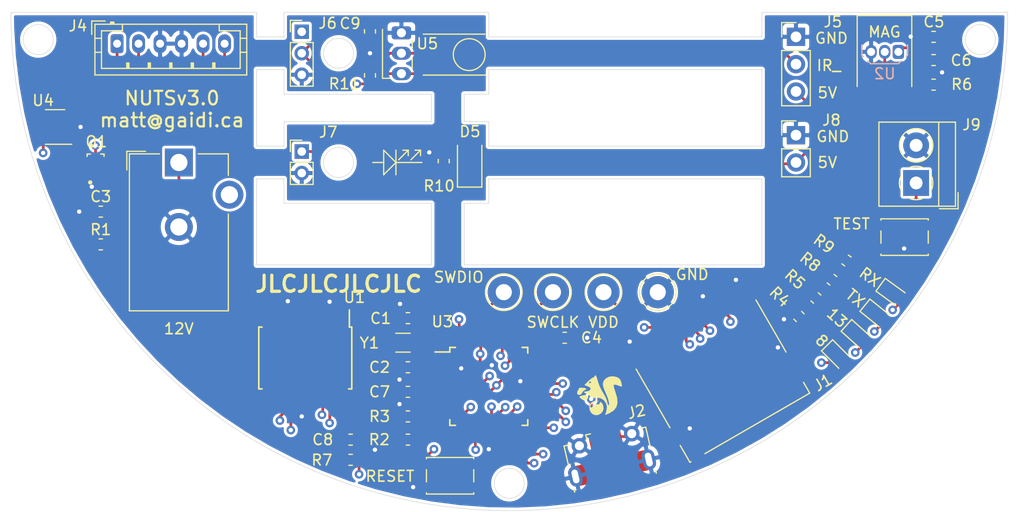
<source format=kicad_pcb>
(kicad_pcb (version 20171130) (host pcbnew "(5.1.5-0-10_14)")
  (layers (0 F.Cu signal) (1 In1.Cu power) (2 In2.Cu power) (31 B.Cu signal) (34 B.Paste user hide) (35 F.Paste user hide) (36 B.SilkS user hide) (37 F.SilkS user) (38 B.Mask user hide) (39 F.Mask user hide) (44 Edge.Cuts user))
  (net 0 "")
  (net 1 GND)
  (net 2 "Net-(C1-Pad1)")
  (net 3 "Net-(C2-Pad1)")
  (net 4 +12V)
  (net 5 "Net-(C4-Pad1)")
  (net 6 VDD)
  (net 7 D2)
  (net 8 "Net-(C7-Pad1)")
  (net 9 +5V)
  (net 10 D8)
  (net 11 "Net-(D1-Pad1)")
  (net 12 D13)
  (net 13 "Net-(D2-Pad1)")
  (net 14 TXLED)
  (net 15 "Net-(D3-Pad1)")
  (net 16 RXLED)
  (net 17 "Net-(D4-Pad1)")
  (net 18 SD_CS)
  (net 19 MOSI)
  (net 20 SCK)
  (net 21 MISO)
  (net 22 D+)
  (net 23 D-)
  (net 24 +BATT)
  (net 25 "Net-(J4-Pad6)")
  (net 26 "Net-(J4-Pad5)")
  (net 27 "Net-(J4-Pad2)")
  (net 28 "Net-(J4-Pad1)")
  (net 29 D0)
  (net 30 "Net-(R1-Pad2)")
  (net 31 D9)
  (net 32 "Net-(R7-Pad1)")
  (net 33 "Net-(TP1-Pad1)")
  (net 34 "Net-(TP2-Pad1)")
  (net 35 AIN2)
  (net 36 AIN1)
  (net 37 BIN1)
  (net 38 BIN2)
  (net 39 "Net-(SW1-Pad2)")
  (net 40 "Net-(D5-Pad1)")
  (net 41 IR_DET)
  (module Connector_PinHeader_2.54mm:PinHeader_1x02_P2.54mm_Vertical (layer F.Cu) (at 98.425 36.83)
    (fp_text reference J8 (at 3.302 -1.397) (layer F.SilkS))
    (fp_text value Conn_01x02_Male)
    (pad 2 thru_hole oval (at 0 2.54) (size 1.7 1.7) (drill 1) (layers *.Cu *.Mask) (net 9 +5V))
    (pad 1 thru_hole rect (at 0 0) (size 1.7 1.7) (drill 1) (layers *.Cu *.Mask) (net 1 GND))
  )
  (module Connector_PinHeader_2.54mm:PinHeader_1x03_P2.54mm_Vertical (layer F.Cu) (at 98.425 27.686)
    (fp_text reference J5 (at 3.429 -1.397) (layer F.SilkS))
    (fp_text value Conn_01x03_Male)
    (pad 3 thru_hole oval (at 0 5.08) (size 1.7 1.7) (drill 1) (layers *.Cu *.Mask) (net 9 +5V))
    (pad 2 thru_hole oval (at 0 2.54) (size 1.7 1.7) (drill 1) (layers *.Cu *.Mask) (net 41 IR_DET))
    (pad 1 thru_hole rect (at 0 0) (size 1.7 1.7) (drill 1) (layers *.Cu *.Mask) (net 1 GND))
  )
  (module Button_Switch_SMD:SW_SPST_PTS810 (layer F.Cu) (at 108.5264 46.3124 180)
    (fp_text reference SW2 hide)
    (fp_text value SW_SPST)
    (fp_text user TEST (at 4.9198 1.2274) (layer F.SilkS))
    (pad 2 smd rect (at 2.075 1.075 180) (size 1.05 0.65) (layers F.Cu F.Paste F.Mask) (net 29 D0))
    (pad 2 smd rect (at -2.075 1.075 180) (size 1.05 0.65) (layers F.Cu F.Paste F.Mask) (net 29 D0))
    (pad 1 smd rect (at 2.075 -1.075 180) (size 1.05 0.65) (layers F.Cu F.Paste F.Mask) (net 1 GND))
    (pad 1 smd rect (at -2.075 -1.075 180) (size 1.05 0.65) (layers F.Cu F.Paste F.Mask) (net 1 GND))
  )
  (module TerminalBlock_4Ucon:TerminalBlock_4Ucon_1x02_P3.50mm_Horizontal (layer F.Cu) (at 109.601 41.275 90)
    (fp_text reference J9 (at 5.4102 5.1562 180) (layer F.SilkS))
    (fp_text value Screw_Terminal_01x02)
    (pad 2 thru_hole circle (at 3.5 0 90) (size 2.4 2.4) (drill 1.2) (layers *.Cu *.Mask) (net 1 GND))
    (pad 1 thru_hole rect (at 0 0 90) (size 2.4 2.4) (drill 1.2) (layers *.Cu *.Mask) (net 29 D0))
  )
  (module "ARBO Parts:arbo_mini_squirrel" (layer F.Cu) (at 80.137 61.341)
    (fp_text reference G*** hide)
    (fp_text value LOGO hide)
  )
  (module TestPoint:TestPoint_Loop_D2.54mm_Drill1.5mm_Beaded (layer F.Cu) (at 85.568 51.435)
    (fp_text reference TP4 hide)
    (fp_text value GND)
    (fp_text user GND (at 3.205 -1.651) (layer F.SilkS))
    (pad 1 thru_hole circle (at 0 0) (size 3 3) (drill 1.5) (layers *.Cu *.Mask) (net 1 GND))
  )
  (module TestPoint:TestPoint_Loop_D2.54mm_Drill1.5mm_Beaded (layer F.Cu) (at 80.518 51.435)
    (fp_text reference TP3 hide)
    (fp_text value VDD)
    (fp_text user VDD (at 0 2.794) (layer F.SilkS))
    (pad 1 thru_hole circle (at 0 0) (size 3 3) (drill 1.5) (layers *.Cu *.Mask) (net 6 VDD))
  )
  (module Connector_PinHeader_2.00mm:PinHeader_1x02_P2.00mm_Vertical (layer F.Cu) (at 52.451 38.354)
    (fp_text reference J7 (at 2.4638 -1.8034) (layer F.SilkS))
    (fp_text value Conn_01x02_Female)
    (pad 2 thru_hole oval (at 0 2) (size 1.35 1.35) (drill 0.8) (layers *.Cu *.Mask) (net 1 GND))
    (pad 1 thru_hole rect (at 0 0) (size 1.35 1.35) (drill 0.8) (layers *.Cu *.Mask) (net 9 +5V))
  )
  (module Connector_PinHeader_2.00mm:PinHeader_1x03_P2.00mm_Vertical (layer F.Cu) (at 52.451 27.21)
    (fp_text reference J6 (at 2.413 -0.794) (layer F.SilkS))
    (fp_text value Conn_01x03_Female)
    (pad 3 thru_hole oval (at 0 4) (size 1.35 1.35) (drill 0.8) (layers *.Cu *.Mask) (net 1 GND))
    (pad 2 thru_hole oval (at 0 2) (size 1.35 1.35) (drill 0.8) (layers *.Cu *.Mask) (net 41 IR_DET))
    (pad 1 thru_hole rect (at 0 0) (size 1.35 1.35) (drill 0.8) (layers *.Cu *.Mask) (net 9 +5V))
  )
  (module Resistor_SMD:R_0603_1608Metric (layer F.Cu) (at 58.801 31.2675 90)
    (fp_text reference R11 (at -0.7873 -2.3876 180) (layer F.SilkS))
    (fp_text value 390)
    (pad 2 smd roundrect (at 0.7875 0 90) (size 0.875 0.95) (layers F.Cu F.Paste F.Mask) (net 41 IR_DET))
    (pad 1 smd roundrect (at -0.7875 0 90) (size 0.875 0.95) (layers F.Cu F.Paste F.Mask) (net 9 +5V))
  )
  (module Capacitor_SMD:C_0603_1608Metric (layer F.Cu) (at 58.801 27.178 270)
    (fp_text reference C9 (at -0.7366 1.8542 180) (layer F.SilkS))
    (fp_text value .22uF)
    (pad 2 smd roundrect (at 0.7875 0 270) (size 0.875 0.95) (layers F.Cu F.Paste F.Mask) (net 1 GND))
    (pad 1 smd roundrect (at -0.7875 0 270) (size 0.875 0.95) (layers F.Cu F.Paste F.Mask) (net 41 IR_DET))
  )
  (module OptoDevice:ONSemi_QSE15x (layer F.Cu) (at 61.722 27.31 270)
    (fp_text reference U5 (at 1.011 -2.413 180) (layer F.SilkS))
    (fp_text value QSE159)
    (pad 3 thru_hole oval (at 3.8 0 270) (size 1.2 1.8) (drill 0.85) (layers *.Cu *.Mask) (net 9 +5V))
    (pad 2 thru_hole oval (at 1.9 0 270) (size 1.2 1.8) (drill 0.85) (layers *.Cu *.Mask) (net 41 IR_DET))
    (pad 1 thru_hole roundrect (at 0 0 270) (size 1.2 1.8) (drill 0.85) (layers *.Cu *.Mask) (roundrect_rratio 0.208) (net 1 GND))
  )
  (module Resistor_SMD:R_0603_1608Metric (layer F.Cu) (at 65.659 39.243 90)
    (fp_text reference R10 (at -2.3114 -0.4318 180) (layer F.SilkS))
    (fp_text value 220)
    (pad 2 smd roundrect (at 0.7875 0 90) (size 0.875 0.95) (layers F.Cu F.Paste F.Mask) (net 1 GND))
    (pad 1 smd roundrect (at -0.7875 0 90) (size 0.875 0.95) (layers F.Cu F.Paste F.Mask) (net 40 "Net-(D5-Pad1)"))
  )
  (module LED_SMD:LED_1206_3216Metric (layer F.Cu) (at 68.072 39.373 90)
    (fp_text reference D5 (at 2.8732 0.0254 180) (layer F.SilkS))
    (fp_text value IR_LED)
    (pad 2 smd roundrect (at 1.4 0 90) (size 1.25 1.75) (layers F.Cu F.Paste F.Mask) (roundrect_rratio 0.2) (net 9 +5V))
    (pad 1 smd roundrect (at -1.4 0 90) (size 1.25 1.75) (layers F.Cu F.Paste F.Mask) (roundrect_rratio 0.2) (net 40 "Net-(D5-Pad1)"))
  )
  (module Button_Switch_SMD:SW_SPST_PTS810 (layer F.Cu) (at 66.251 68.512 180)
    (fp_text reference SW1 hide)
    (fp_text value SW_SPST)
    (fp_text user RESET (at 5.5958 -0.0426 180) (layer F.SilkS))
    (pad 2 smd rect (at 2.075 1.075 180) (size 1.05 0.65) (layers F.Cu F.Paste F.Mask) (net 39 "Net-(SW1-Pad2)"))
    (pad 2 smd rect (at -2.075 1.075 180) (size 1.05 0.65) (layers F.Cu F.Paste F.Mask) (net 39 "Net-(SW1-Pad2)"))
    (pad 1 smd rect (at 2.075 -1.075 180) (size 1.05 0.65) (layers F.Cu F.Paste F.Mask) (net 1 GND))
    (pad 1 smd rect (at -2.075 -1.075 180) (size 1.05 0.65) (layers F.Cu F.Paste F.Mask) (net 1 GND))
  )
  (module TestPoint:TestPoint_Loop_D2.54mm_Drill1.5mm_Beaded (layer F.Cu) (at 75.819 51.435)
    (fp_text reference TP2 hide)
    (fp_text value SWCLK)
    (fp_text user SWCLK (at 0 2.794) (layer F.SilkS))
    (pad 1 thru_hole circle (at 0 0) (size 3 3) (drill 1.5) (layers *.Cu *.Mask) (net 34 "Net-(TP2-Pad1)"))
  )
  (module TestPoint:TestPoint_Loop_D2.54mm_Drill1.5mm_Beaded (layer F.Cu) (at 71.247 51.435)
    (fp_text reference TP1 hide)
    (fp_text value SWDIO)
    (fp_text user SWDIO (at -4.191 -1.397) (layer F.SilkS))
    (pad 1 thru_hole circle (at 0 0) (size 3 3) (drill 1.5) (layers *.Cu *.Mask) (net 33 "Net-(TP1-Pad1)"))
  )
  (module "ARBO Parts:TRANS_DMG3415UFY4Q-7" (layer F.Cu) (at 33.274 39.624 90)
    (fp_text reference Q1 (at 2.1844 0.0762 180) (layer F.SilkS))
    (fp_text value DMG3415UFY4Q)
    (fp_poly (pts (xy -0.5 -0.65) (xy 0.5 -0.65) (xy 0.5 -0.155) (xy 1.15 -0.155) (xy 1.15 0.155) (xy 0.5 0.155) (xy 0.5 0.65) (xy -0.5 0.65)) (layer F.Cu) (width 0.01))
    (pad 2 smd rect (at -0.9 0.5 90) (size 0.5 0.31) (layers F.Cu F.Paste F.Mask) (net 4 +12V))
    (pad 3 smd rect (at 0.825 0 90) (size 0.65 0.31) (layers F.Cu F.Paste F.Mask) (net 24 +BATT))
    (pad 1 smd rect (at -0.9 -0.5 90) (size 0.5 0.31) (layers F.Cu F.Paste F.Mask) (net 1 GND))
  )
  (module Crystal:Crystal_SMD_3215-2Pin_3.2x1.5mm (layer F.Cu) (at 61.869 56.134 180)
    (fp_text reference Y1 (at 3.1188 -0.0254) (layer F.SilkS))
    (fp_text value Crystal)
    (pad 2 smd rect (at -1.25 0 180) (size 1 1.8) (layers F.Cu F.Paste F.Mask) (net 3 "Net-(C2-Pad1)"))
    (pad 1 smd rect (at 1.25 0 180) (size 1 1.8) (layers F.Cu F.Paste F.Mask) (net 2 "Net-(C1-Pad1)"))
  )
  (module Package_TO_SOT_SMD:SOT-23-5 (layer F.Cu) (at 29.507 36.068 180)
    (fp_text reference U4 (at 1.1098 2.4638) (layer F.SilkS))
    (fp_text value SPX3819M5-L)
    (pad 5 smd rect (at 1.1 -0.95 180) (size 1.06 0.65) (layers F.Cu F.Paste F.Mask) (net 6 VDD))
    (pad 4 smd rect (at 1.1 0.95 180) (size 1.06 0.65) (layers F.Cu F.Paste F.Mask))
    (pad 3 smd rect (at -1.1 0.95 180) (size 1.06 0.65) (layers F.Cu F.Paste F.Mask) (net 30 "Net-(R1-Pad2)"))
    (pad 2 smd rect (at -1.1 0 180) (size 1.06 0.65) (layers F.Cu F.Paste F.Mask) (net 1 GND))
    (pad 1 smd rect (at -1.1 -0.95 180) (size 1.06 0.65) (layers F.Cu F.Paste F.Mask) (net 4 +12V))
  )
  (module Package_QFP:TQFP-48_7x7mm_P0.5mm (layer F.Cu) (at 69.85 60.198)
    (fp_text reference U3 (at -4.318 -6.0198) (layer F.SilkS))
    (fp_text value ATSAMD21G18A-AUT)
    (pad 48 smd rect (at -2.75 -4.35 90) (size 1.3 0.25) (layers F.Cu F.Paste F.Mask) (net 16 RXLED))
    (pad 47 smd rect (at -2.25 -4.35 90) (size 1.3 0.25) (layers F.Cu F.Paste F.Mask))
    (pad 46 smd rect (at -1.75 -4.35 90) (size 1.3 0.25) (layers F.Cu F.Paste F.Mask) (net 33 "Net-(TP1-Pad1)"))
    (pad 45 smd rect (at -1.25 -4.35 90) (size 1.3 0.25) (layers F.Cu F.Paste F.Mask) (net 34 "Net-(TP2-Pad1)"))
    (pad 44 smd rect (at -0.75 -4.35 90) (size 1.3 0.25) (layers F.Cu F.Paste F.Mask) (net 6 VDD))
    (pad 43 smd rect (at -0.25 -4.35 90) (size 1.3 0.25) (layers F.Cu F.Paste F.Mask) (net 5 "Net-(C4-Pad1)"))
    (pad 42 smd rect (at 0.25 -4.35 90) (size 1.3 0.25) (layers F.Cu F.Paste F.Mask) (net 1 GND))
    (pad 41 smd rect (at 0.75 -4.35 90) (size 1.3 0.25) (layers F.Cu F.Paste F.Mask))
    (pad 40 smd rect (at 1.25 -4.35 90) (size 1.3 0.25) (layers F.Cu F.Paste F.Mask) (net 39 "Net-(SW1-Pad2)"))
    (pad 39 smd rect (at 1.75 -4.35 90) (size 1.3 0.25) (layers F.Cu F.Paste F.Mask) (net 14 TXLED))
    (pad 38 smd rect (at 2.25 -4.35 90) (size 1.3 0.25) (layers F.Cu F.Paste F.Mask))
    (pad 37 smd rect (at 2.75 -4.35 90) (size 1.3 0.25) (layers F.Cu F.Paste F.Mask))
    (pad 36 smd rect (at 4.35 -2.75) (size 1.3 0.25) (layers F.Cu F.Paste F.Mask) (net 6 VDD))
    (pad 35 smd rect (at 4.35 -2.25) (size 1.3 0.25) (layers F.Cu F.Paste F.Mask) (net 1 GND))
    (pad 34 smd rect (at 4.35 -1.75) (size 1.3 0.25) (layers F.Cu F.Paste F.Mask) (net 22 D+))
    (pad 33 smd rect (at 4.35 -1.25) (size 1.3 0.25) (layers F.Cu F.Paste F.Mask) (net 23 D-))
    (pad 32 smd rect (at 4.35 -0.75) (size 1.3 0.25) (layers F.Cu F.Paste F.Mask))
    (pad 31 smd rect (at 4.35 -0.25) (size 1.3 0.25) (layers F.Cu F.Paste F.Mask))
    (pad 30 smd rect (at 4.35 0.25) (size 1.3 0.25) (layers F.Cu F.Paste F.Mask) (net 35 AIN2))
    (pad 29 smd rect (at 4.35 0.75) (size 1.3 0.25) (layers F.Cu F.Paste F.Mask) (net 36 AIN1))
    (pad 28 smd rect (at 4.35 1.25) (size 1.3 0.25) (layers F.Cu F.Paste F.Mask) (net 38 BIN2))
    (pad 27 smd rect (at 4.35 1.75) (size 1.3 0.25) (layers F.Cu F.Paste F.Mask))
    (pad 26 smd rect (at 4.35 2.25) (size 1.3 0.25) (layers F.Cu F.Paste F.Mask) (net 12 D13))
    (pad 25 smd rect (at 4.35 2.75) (size 1.3 0.25) (layers F.Cu F.Paste F.Mask) (net 37 BIN1))
    (pad 24 smd rect (at 2.75 4.35 90) (size 1.3 0.25) (layers F.Cu F.Paste F.Mask) (net 41 IR_DET))
    (pad 23 smd rect (at 2.25 4.35 90) (size 1.3 0.25) (layers F.Cu F.Paste F.Mask) (net 7 D2))
    (pad 22 smd rect (at 1.75 4.35 90) (size 1.3 0.25) (layers F.Cu F.Paste F.Mask))
    (pad 21 smd rect (at 1.25 4.35 90) (size 1.3 0.25) (layers F.Cu F.Paste F.Mask) (net 21 MISO))
    (pad 20 smd rect (at 0.75 4.35 90) (size 1.3 0.25) (layers F.Cu F.Paste F.Mask) (net 20 SCK))
    (pad 19 smd rect (at 0.25 4.35 90) (size 1.3 0.25) (layers F.Cu F.Paste F.Mask) (net 19 MOSI))
    (pad 18 smd rect (at -0.25 4.35 90) (size 1.3 0.25) (layers F.Cu F.Paste F.Mask) (net 1 GND))
    (pad 17 smd rect (at -0.75 4.35 90) (size 1.3 0.25) (layers F.Cu F.Paste F.Mask) (net 6 VDD))
    (pad 16 smd rect (at -1.25 4.35 90) (size 1.3 0.25) (layers F.Cu F.Paste F.Mask) (net 29 D0))
    (pad 15 smd rect (at -1.75 4.35 90) (size 1.3 0.25) (layers F.Cu F.Paste F.Mask))
    (pad 14 smd rect (at -2.25 4.35 90) (size 1.3 0.25) (layers F.Cu F.Paste F.Mask))
    (pad 13 smd rect (at -2.75 4.35 90) (size 1.3 0.25) (layers F.Cu F.Paste F.Mask) (net 18 SD_CS))
    (pad 12 smd rect (at -4.35 2.75) (size 1.3 0.25) (layers F.Cu F.Paste F.Mask) (net 31 D9))
    (pad 11 smd rect (at -4.35 2.25) (size 1.3 0.25) (layers F.Cu F.Paste F.Mask) (net 10 D8))
    (pad 10 smd rect (at -4.35 1.75) (size 1.3 0.25) (layers F.Cu F.Paste F.Mask))
    (pad 9 smd rect (at -4.35 1.25) (size 1.3 0.25) (layers F.Cu F.Paste F.Mask))
    (pad 8 smd rect (at -4.35 0.75) (size 1.3 0.25) (layers F.Cu F.Paste F.Mask))
    (pad 7 smd rect (at -4.35 0.25) (size 1.3 0.25) (layers F.Cu F.Paste F.Mask))
    (pad 6 smd rect (at -4.35 -0.25) (size 1.3 0.25) (layers F.Cu F.Paste F.Mask) (net 6 VDD))
    (pad 5 smd rect (at -4.35 -0.75) (size 1.3 0.25) (layers F.Cu F.Paste F.Mask) (net 1 GND))
    (pad 4 smd rect (at -4.35 -1.25) (size 1.3 0.25) (layers F.Cu F.Paste F.Mask) (net 8 "Net-(C7-Pad1)"))
    (pad 3 smd rect (at -4.35 -1.75) (size 1.3 0.25) (layers F.Cu F.Paste F.Mask))
    (pad 2 smd rect (at -4.35 -2.25) (size 1.3 0.25) (layers F.Cu F.Paste F.Mask) (net 3 "Net-(C2-Pad1)"))
    (pad 1 smd rect (at -4.35 -2.75) (size 1.3 0.25) (layers F.Cu F.Paste F.Mask) (net 2 "Net-(C1-Pad1)"))
  )
  (module Package_TO_SOT_THT:TO-92Flat (layer B.Cu) (at 107.95 29.083 180)
    (fp_text reference U2 (at 1.27 -2.032) (layer B.SilkS) (effects (justify mirror)))
    (fp_text value US5881)
    (pad 1 thru_hole roundrect (at 0 0 180) (size 1.05 1.3) (drill 0.75) (layers *.Cu *.Mask) (roundrect_rratio 0.238) (net 6 VDD))
    (pad 3 thru_hole oval (at 2.54 0 180) (size 1.05 1.3) (drill 0.75) (layers *.Cu *.Mask) (net 1 GND))
    (pad 2 thru_hole oval (at 1.27 0 180) (size 1.05 1.3) (drill 0.75) (layers *.Cu *.Mask) (net 7 D2))
  )
  (module Package_SO:SSOP-24_5.3x8.2mm_P0.65mm (layer F.Cu) (at 52.7812 57.5564 270)
    (fp_text reference U1 (at -5.6388 -4.572 180) (layer F.SilkS))
    (fp_text value TB6612FNG)
    (pad 24 smd rect (at 3.6 -3.575 270) (size 1.75 0.45) (layers F.Cu F.Paste F.Mask) (net 4 +12V))
    (pad 23 smd rect (at 3.6 -2.925 270) (size 1.75 0.45) (layers F.Cu F.Paste F.Mask) (net 9 +5V))
    (pad 22 smd rect (at 3.6 -2.275 270) (size 1.75 0.45) (layers F.Cu F.Paste F.Mask) (net 35 AIN2))
    (pad 21 smd rect (at 3.6 -1.625 270) (size 1.75 0.45) (layers F.Cu F.Paste F.Mask) (net 36 AIN1))
    (pad 20 smd rect (at 3.6 -0.975 270) (size 1.75 0.45) (layers F.Cu F.Paste F.Mask) (net 9 +5V))
    (pad 19 smd rect (at 3.6 -0.325 270) (size 1.75 0.45) (layers F.Cu F.Paste F.Mask) (net 32 "Net-(R7-Pad1)"))
    (pad 18 smd rect (at 3.6 0.325 270) (size 1.75 0.45) (layers F.Cu F.Paste F.Mask) (net 1 GND))
    (pad 17 smd rect (at 3.6 0.975 270) (size 1.75 0.45) (layers F.Cu F.Paste F.Mask) (net 37 BIN1))
    (pad 16 smd rect (at 3.6 1.625 270) (size 1.75 0.45) (layers F.Cu F.Paste F.Mask) (net 38 BIN2))
    (pad 15 smd rect (at 3.6 2.275 270) (size 1.75 0.45) (layers F.Cu F.Paste F.Mask) (net 9 +5V))
    (pad 14 smd rect (at 3.6 2.925 270) (size 1.75 0.45) (layers F.Cu F.Paste F.Mask) (net 4 +12V))
    (pad 13 smd rect (at 3.6 3.575 270) (size 1.75 0.45) (layers F.Cu F.Paste F.Mask) (net 4 +12V))
    (pad 12 smd rect (at -3.6 3.575 270) (size 1.75 0.45) (layers F.Cu F.Paste F.Mask) (net 25 "Net-(J4-Pad6)"))
    (pad 11 smd rect (at -3.6 2.925 270) (size 1.75 0.45) (layers F.Cu F.Paste F.Mask) (net 25 "Net-(J4-Pad6)"))
    (pad 10 smd rect (at -3.6 2.275 270) (size 1.75 0.45) (layers F.Cu F.Paste F.Mask) (net 1 GND))
    (pad 9 smd rect (at -3.6 1.625 270) (size 1.75 0.45) (layers F.Cu F.Paste F.Mask) (net 1 GND))
    (pad 8 smd rect (at -3.6 0.975 270) (size 1.75 0.45) (layers F.Cu F.Paste F.Mask) (net 26 "Net-(J4-Pad5)"))
    (pad 7 smd rect (at -3.6 0.325 270) (size 1.75 0.45) (layers F.Cu F.Paste F.Mask) (net 26 "Net-(J4-Pad5)"))
    (pad 6 smd rect (at -3.6 -0.325 270) (size 1.75 0.45) (layers F.Cu F.Paste F.Mask) (net 27 "Net-(J4-Pad2)"))
    (pad 5 smd rect (at -3.6 -0.975 270) (size 1.75 0.45) (layers F.Cu F.Paste F.Mask) (net 27 "Net-(J4-Pad2)"))
    (pad 4 smd rect (at -3.6 -1.625 270) (size 1.75 0.45) (layers F.Cu F.Paste F.Mask) (net 1 GND))
    (pad 3 smd rect (at -3.6 -2.275 270) (size 1.75 0.45) (layers F.Cu F.Paste F.Mask) (net 1 GND))
    (pad 2 smd rect (at -3.6 -2.925 270) (size 1.75 0.45) (layers F.Cu F.Paste F.Mask) (net 28 "Net-(J4-Pad1)"))
    (pad 1 smd rect (at -3.6 -3.575 270) (size 1.75 0.45) (layers F.Cu F.Paste F.Mask) (net 28 "Net-(J4-Pad1)"))
  )
  (module Resistor_SMD:R_0603_1608Metric (layer F.Cu) (at 103.121899 48.482919 144)
    (fp_text reference R9 (at 2.611245 0.010961 144) (layer F.SilkS))
    (fp_text value 1K)
    (pad 2 smd roundrect (at 0.7875 0 144) (size 0.875 0.95) (layers F.Cu F.Paste F.Mask) (net 1 GND))
    (pad 1 smd roundrect (at -0.7875 0 144) (size 0.875 0.95) (layers F.Cu F.Paste F.Mask) (net 17 "Net-(D4-Pad1)"))
  )
  (module Resistor_SMD:R_0603_1608Metric (layer F.Cu) (at 101.775398 50.27901 141)
    (fp_text reference R8 (at 2.618169 0.004289 141) (layer F.SilkS))
    (fp_text value 1K)
    (pad 2 smd roundrect (at 0.7875 0 141) (size 0.875 0.95) (layers F.Cu F.Paste F.Mask) (net 1 GND))
    (pad 1 smd roundrect (at -0.7875 0 141) (size 0.875 0.95) (layers F.Cu F.Paste F.Mask) (net 15 "Net-(D3-Pad1)"))
  )
  (module Resistor_SMD:R_0603_1608Metric (layer F.Cu) (at 56.9975 67.0306)
    (fp_text reference R7 (at -2.6669 0.0254) (layer F.SilkS))
    (fp_text value 10K)
    (pad 2 smd roundrect (at 0.7875 0) (size 0.875 0.95) (layers F.Cu F.Paste F.Mask) (net 9 +5V))
    (pad 1 smd roundrect (at -0.7875 0) (size 0.875 0.95) (layers F.Cu F.Paste F.Mask) (net 32 "Net-(R7-Pad1)"))
  )
  (module Resistor_SMD:R_0603_1608Metric (layer F.Cu) (at 111.2265 32.131 180)
    (fp_text reference R6 (at -2.6163 0.0254) (layer F.SilkS))
    (fp_text value 10K)
    (pad 2 smd roundrect (at 0.7875 0 180) (size 0.875 0.95) (layers F.Cu F.Paste F.Mask) (net 7 D2))
    (pad 1 smd roundrect (at -0.7875 0 180) (size 0.875 0.95) (layers F.Cu F.Paste F.Mask) (net 6 VDD))
  )
  (module Resistor_SMD:R_0603_1608Metric (layer F.Cu) (at 100.278173 51.97486 138)
    (fp_text reference R5 (at 2.612724 -0.019638 138) (layer F.SilkS))
    (fp_text value 1K)
    (pad 2 smd roundrect (at 0.7875 0 138) (size 0.875 0.95) (layers F.Cu F.Paste F.Mask) (net 1 GND))
    (pad 1 smd roundrect (at -0.7875 0 138) (size 0.875 0.95) (layers F.Cu F.Paste F.Mask) (net 13 "Net-(D2-Pad1)"))
  )
  (module Resistor_SMD:R_0603_1608Metric (layer F.Cu) (at 98.7044 53.6956 135)
    (fp_text reference R4 (at 2.568353 0.017961 135) (layer F.SilkS))
    (fp_text value 1K)
    (pad 2 smd roundrect (at 0.7875 0 135) (size 0.875 0.95) (layers F.Cu F.Paste F.Mask) (net 1 GND))
    (pad 1 smd roundrect (at -0.7875 0 135) (size 0.875 0.95) (layers F.Cu F.Paste F.Mask) (net 11 "Net-(D1-Pad1)"))
  )
  (module Resistor_SMD:R_0603_1608Metric (layer F.Cu) (at 62.3315 62.992 180)
    (fp_text reference R3 (at 2.6415 0) (layer F.SilkS))
    (fp_text value 1K)
    (pad 2 smd roundrect (at 0.7875 0 180) (size 0.875 0.95) (layers F.Cu F.Paste F.Mask) (net 1 GND))
    (pad 1 smd roundrect (at -0.7875 0 180) (size 0.875 0.95) (layers F.Cu F.Paste F.Mask) (net 31 D9))
  )
  (module Resistor_SMD:R_0603_1608Metric (layer F.Cu) (at 62.3315 65.151)
    (fp_text reference R2 (at -2.6669 0) (layer F.SilkS))
    (fp_text value 10K)
    (pad 2 smd roundrect (at 0.7875 0) (size 0.875 0.95) (layers F.Cu F.Paste F.Mask) (net 31 D9))
    (pad 1 smd roundrect (at -0.7875 0) (size 0.875 0.95) (layers F.Cu F.Paste F.Mask) (net 24 +BATT))
  )
  (module Resistor_SMD:R_0603_1608Metric (layer F.Cu) (at 33.7565 46.99 180)
    (fp_text reference R1 (at -0.0001 1.3716) (layer F.SilkS))
    (fp_text value 10K)
    (pad 2 smd roundrect (at 0.7875 0 180) (size 0.875 0.95) (layers F.Cu F.Paste F.Mask) (net 30 "Net-(R1-Pad2)"))
    (pad 1 smd roundrect (at -0.7875 0 180) (size 0.875 0.95) (layers F.Cu F.Paste F.Mask) (net 4 +12V))
  )
  (module Connector_JST:JST_PH_B6B-PH-K_1x06_P2.00mm_Vertical (layer F.Cu) (at 35.275 28.321)
    (fp_text reference J4 (at -3.652 -1.651) (layer F.SilkS))
    (fp_text value Conn_01x06_Female)
    (pad 6 thru_hole oval (at 10 0) (size 1.2 1.75) (drill 0.75) (layers *.Cu *.Mask) (net 25 "Net-(J4-Pad6)"))
    (pad 5 thru_hole oval (at 8 0) (size 1.2 1.75) (drill 0.75) (layers *.Cu *.Mask) (net 26 "Net-(J4-Pad5)"))
    (pad 4 thru_hole oval (at 6 0) (size 1.2 1.75) (drill 0.75) (layers *.Cu *.Mask) (net 1 GND))
    (pad 3 thru_hole oval (at 4 0) (size 1.2 1.75) (drill 0.75) (layers *.Cu *.Mask) (net 1 GND))
    (pad 2 thru_hole oval (at 2 0) (size 1.2 1.75) (drill 0.75) (layers *.Cu *.Mask) (net 27 "Net-(J4-Pad2)"))
    (pad 1 thru_hole roundrect (at 0 0) (size 1.2 1.75) (drill 0.75) (layers *.Cu *.Mask) (roundrect_rratio 0.208333) (net 28 "Net-(J4-Pad1)"))
  )
  (module Connector_BarrelJack:BarrelJack_CUI_PJ-102AH_Horizontal (layer F.Cu) (at 41.021 39.37)
    (fp_text reference J3 hide)
    (fp_text value Jack-DC)
    (fp_text user 12V (at 0 15.4686) (layer F.SilkS))
    (pad 3 thru_hole circle (at 4.7 3) (size 2.6 2.6) (drill 1.6) (layers *.Cu *.Mask))
    (pad 2 thru_hole circle (at 0 6) (size 2.6 2.6) (drill 1.6) (layers *.Cu *.Mask) (net 1 GND))
    (pad 1 thru_hole rect (at 0 0) (size 2.6 2.6) (drill 1.6) (layers *.Cu *.Mask) (net 24 +BATT))
  )
  (module Connector_USB:USB_Micro-B_Molex-105017-0001 (layer F.Cu) (at 81.043253 66.583168 13)
    (fp_text reference J2 (at 3.387809 -3.346651 13) (layer F.SilkS))
    (fp_text value USB_B_Micro)
    (pad 6 smd rect (at -2.9 1.2375 13) (size 1.2 1.9) (layers F.Cu F.Mask) (net 1 GND))
    (pad 6 smd rect (at 2.9 1.2375 13) (size 1.2 1.9) (layers F.Cu F.Mask) (net 1 GND))
    (pad 6 thru_hole oval (at 3.5 1.2375 13) (size 1.2 1.9) (drill oval 0.6 1.3) (layers *.Cu *.Mask) (net 1 GND))
    (pad 6 thru_hole oval (at -3.5 1.2375 193) (size 1.2 1.9) (drill oval 0.6 1.3) (layers *.Cu *.Mask) (net 1 GND))
    (pad 6 smd rect (at -1 1.2375 13) (size 1.5 1.9) (layers F.Cu F.Paste F.Mask) (net 1 GND))
    (pad 6 thru_hole circle (at 2.5 -1.4625 13) (size 1.45 1.45) (drill 0.85) (layers *.Cu *.Mask) (net 1 GND))
    (pad 3 smd rect (at 0 -1.4625 13) (size 0.4 1.35) (layers F.Cu F.Paste F.Mask) (net 22 D+))
    (pad 4 smd rect (at 0.65 -1.4625 13) (size 0.4 1.35) (layers F.Cu F.Paste F.Mask))
    (pad 5 smd rect (at 1.3 -1.4625 13) (size 0.4 1.35) (layers F.Cu F.Paste F.Mask) (net 1 GND))
    (pad 1 smd rect (at -1.3 -1.4625 13) (size 0.4 1.35) (layers F.Cu F.Paste F.Mask) (net 9 +5V))
    (pad 2 smd rect (at -0.65 -1.4625 13) (size 0.4 1.35) (layers F.Cu F.Paste F.Mask) (net 23 D-))
    (pad 6 thru_hole circle (at -2.5 -1.4625 13) (size 1.45 1.45) (drill 0.85) (layers *.Cu *.Mask) (net 1 GND))
    (pad 6 smd rect (at 1 1.2375 13) (size 1.5 1.9) (layers F.Cu F.Paste F.Mask) (net 1 GND))
  )
  (module Connector_Card:microSD_HC_Hirose_DM3D-SF (layer F.Cu) (at 91.238856 59.032152 210)
    (fp_text reference J1 (at -7.986963 -5.543424 30) (layer F.SilkS))
    (fp_text value Micro_SD_Card_Det_Hirose_DM3AT)
    (pad 10 smd rect (at 5.575 -5.45 210) (size 1 1.55) (layers F.Cu F.Paste F.Mask))
    (pad 11 smd rect (at 5.625 5.225 210) (size 1.5 1.5) (layers F.Cu F.Paste F.Mask) (net 1 GND))
    (pad 1 smd rect (at 3.175 5.35 210) (size 0.7 1.75) (layers F.Cu F.Paste F.Mask))
    (pad 2 smd rect (at 2.075 5.35 210) (size 0.7 1.75) (layers F.Cu F.Paste F.Mask) (net 18 SD_CS))
    (pad 3 smd rect (at 0.975 5.35 210) (size 0.7 1.75) (layers F.Cu F.Paste F.Mask) (net 19 MOSI))
    (pad 4 smd rect (at -0.125 5.35 210) (size 0.7 1.75) (layers F.Cu F.Paste F.Mask) (net 6 VDD))
    (pad 5 smd rect (at -1.225 5.35 210) (size 0.7 1.75) (layers F.Cu F.Paste F.Mask) (net 20 SCK))
    (pad 6 smd rect (at -2.325 5.35 210) (size 0.7 1.75) (layers F.Cu F.Paste F.Mask) (net 1 GND))
    (pad 7 smd rect (at -3.425 5.35 210) (size 0.7 1.75) (layers F.Cu F.Paste F.Mask) (net 21 MISO))
    (pad 11 smd rect (at 5.975 -3.025 210) (size 0.8 1.4) (layers F.Cu F.Paste F.Mask) (net 1 GND))
    (pad 9 smd rect (at -5.65 -3.875 210) (size 1.45 1) (layers F.Cu F.Paste F.Mask))
    (pad 11 smd rect (at -5.975 -2.375 210) (size 0.8 1.5) (layers F.Cu F.Paste F.Mask) (net 1 GND))
    (pad 11 smd rect (at -5.725 5.225 210) (size 1.3 1.5) (layers F.Cu F.Paste F.Mask) (net 1 GND))
    (pad 8 smd rect (at -4.525 5.35 210) (size 0.7 1.75) (layers F.Cu F.Paste F.Mask))
  )
  (module LED_SMD:LED_0603_1608Metric (layer F.Cu) (at 107.494901 51.618481 324)
    (fp_text reference D4 hide)
    (fp_text value LED)
    (fp_text user RX (at -2.718449 0.021487 324) (layer F.SilkS))
    (pad 2 smd roundrect (at 0.7875 0 324) (size 0.875 0.95) (layers F.Cu F.Paste F.Mask) (net 16 RXLED))
    (pad 1 smd roundrect (at -0.7875 0 324) (size 0.875 0.95) (layers F.Cu F.Paste F.Mask) (net 17 "Net-(D4-Pad1)"))
  )
  (module LED_SMD:LED_0603_1608Metric (layer F.Cu) (at 105.991798 53.58101 321)
    (fp_text reference D3 hide)
    (fp_text value LED)
    (fp_text user TX (at -2.595897 0.059758 321) (layer F.SilkS))
    (pad 2 smd roundrect (at 0.7875 0 321) (size 0.875 0.95) (layers F.Cu F.Paste F.Mask) (net 14 TXLED))
    (pad 1 smd roundrect (at -0.7875 0 321) (size 0.875 0.95) (layers F.Cu F.Paste F.Mask) (net 15 "Net-(D3-Pad1)"))
  )
  (module LED_SMD:LED_0603_1608Metric (layer F.Cu) (at 104.217227 55.51794 318)
    (fp_text reference D2 hide)
    (fp_text value LED)
    (fp_text user 13 (at -2.607486 0.066486 318) (layer F.SilkS))
    (pad 2 smd roundrect (at 0.7875 0 318) (size 0.875 0.95) (layers F.Cu F.Paste F.Mask) (net 12 D13))
    (pad 1 smd roundrect (at -0.7875 0 318) (size 0.875 0.95) (layers F.Cu F.Paste F.Mask) (net 13 "Net-(D2-Pad1)"))
  )
  (module LED_SMD:LED_0603_1608Metric (layer F.Cu) (at 102.363953 57.431353 315)
    (fp_text reference D1 hide)
    (fp_text value LED)
    (fp_text user 8 (at -2.140063 0.053882 315) (layer F.SilkS))
    (pad 2 smd roundrect (at 0.7875 0 315) (size 0.875 0.95) (layers F.Cu F.Paste F.Mask) (net 10 D8))
    (pad 1 smd roundrect (at -0.7875 0 315) (size 0.875 0.95) (layers F.Cu F.Paste F.Mask) (net 11 "Net-(D1-Pad1)"))
  )
  (module Capacitor_SMD:C_0603_1608Metric (layer F.Cu) (at 56.9976 65.151)
    (fp_text reference C8 (at -2.5907 0) (layer F.SilkS))
    (fp_text value 10uF)
    (pad 2 smd roundrect (at 0.7875 0) (size 0.875 0.95) (layers F.Cu F.Paste F.Mask) (net 1 GND))
    (pad 1 smd roundrect (at -0.7875 0) (size 0.875 0.95) (layers F.Cu F.Paste F.Mask) (net 9 +5V))
  )
  (module Capacitor_SMD:C_0603_1608Metric (layer F.Cu) (at 62.3315 60.706 180)
    (fp_text reference C7 (at 2.6415 0) (layer F.SilkS))
    (fp_text value 1uF)
    (pad 2 smd roundrect (at 0.7875 0 180) (size 0.875 0.95) (layers F.Cu F.Paste F.Mask) (net 1 GND))
    (pad 1 smd roundrect (at -0.7875 0 180) (size 0.875 0.95) (layers F.Cu F.Paste F.Mask) (net 8 "Net-(C7-Pad1)"))
  )
  (module Capacitor_SMD:C_0603_1608Metric (layer F.Cu) (at 111.2265 29.845)
    (fp_text reference C6 (at 2.5655 0.0254) (layer F.SilkS))
    (fp_text value 100nF)
    (pad 2 smd roundrect (at 0.7875 0) (size 0.875 0.95) (layers F.Cu F.Paste F.Mask) (net 1 GND))
    (pad 1 smd roundrect (at -0.7875 0) (size 0.875 0.95) (layers F.Cu F.Paste F.Mask) (net 7 D2))
  )
  (module Capacitor_SMD:C_0603_1608Metric (layer F.Cu) (at 111.2265 27.686 180)
    (fp_text reference C5 (at -0.0255 1.397) (layer F.SilkS))
    (fp_text value 100nF)
    (pad 2 smd roundrect (at 0.7875 0 180) (size 0.875 0.95) (layers F.Cu F.Paste F.Mask) (net 1 GND))
    (pad 1 smd roundrect (at -0.7875 0 180) (size 0.875 0.95) (layers F.Cu F.Paste F.Mask) (net 6 VDD))
  )
  (module Capacitor_SMD:C_0603_1608Metric (layer F.Cu) (at 76.9111 55.6768)
    (fp_text reference C4 (at 2.4893 0) (layer F.SilkS))
    (fp_text value 1uF)
    (pad 2 smd roundrect (at 0.7875 0) (size 0.875 0.95) (layers F.Cu F.Paste F.Mask) (net 1 GND))
    (pad 1 smd roundrect (at -0.7875 0) (size 0.875 0.95) (layers F.Cu F.Paste F.Mask) (net 5 "Net-(C4-Pad1)"))
  )
  (module Capacitor_SMD:C_0603_1608Metric (layer F.Cu) (at 33.7565 43.942 180)
    (fp_text reference C3 (at 0 1.397) (layer F.SilkS))
    (fp_text value 10uF)
    (pad 2 smd roundrect (at 0.7875 0 180) (size 0.875 0.95) (layers F.Cu F.Paste F.Mask) (net 1 GND))
    (pad 1 smd roundrect (at -0.7875 0 180) (size 0.875 0.95) (layers F.Cu F.Paste F.Mask) (net 4 +12V))
  )
  (module Capacitor_SMD:C_0603_1608Metric (layer F.Cu) (at 62.3315 58.42 180)
    (fp_text reference C2 (at 2.6415 0) (layer F.SilkS))
    (fp_text value 22pF)
    (pad 2 smd roundrect (at 0.7875 0 180) (size 0.875 0.95) (layers F.Cu F.Paste F.Mask) (net 1 GND))
    (pad 1 smd roundrect (at -0.7875 0 180) (size 0.875 0.95) (layers F.Cu F.Paste F.Mask) (net 3 "Net-(C2-Pad1)"))
  )
  (module Capacitor_SMD:C_0603_1608Metric (layer F.Cu) (at 62.3315 53.848 180)
    (fp_text reference C1 (at 2.5399 -0.0254) (layer F.SilkS))
    (fp_text value 22pF)
    (pad 2 smd roundrect (at 0.7875 0 180) (size 0.875 0.95) (layers F.Cu F.Paste F.Mask) (net 1 GND))
    (pad 1 smd roundrect (at -0.7875 0 180) (size 0.875 0.95) (layers F.Cu F.Paste F.Mask) (net 2 "Net-(C1-Pad1)"))
  )
  (gr_circle (center 55.88 39.37) (end 57.277 39.37) (layer Edge.Cuts) (width 0.05))
  (gr_circle (center 55.88 29.21) (end 57.277 29.21) (layer Edge.Cuts) (width 0.05))
  (gr_circle (center 71.755 69.215) (end 73.152 69.215) (layer Edge.Cuts) (width 0.05))
  (gr_circle (center 27.94 27.94) (end 29.337 27.94) (layer Edge.Cuts) (width 0.05))
  (gr_circle (center 115.57 27.94) (end 116.967 27.94) (layer Edge.Cuts) (width 0.05))
  (gr_text JLCJLCJLCJLC (at 55.88 50.673) (layer F.SilkS) (effects (font (size 1.5 1.5) (thickness 0.3))))
  (gr_line (start 95.25 40.894) (end 95.25 48.895) (layer Edge.Cuts) (width 0.05))
  (gr_line (start 95.25 30.734) (end 95.25 37.846) (layer Edge.Cuts) (width 0.05))
  (gr_line (start 69.85 40.894) (end 95.25 40.894) (layer Edge.Cuts) (width 0.05))
  (gr_line (start 69.85 37.846) (end 95.25 37.846) (layer Edge.Cuts) (width 0.05))
  (gr_line (start 69.85 30.734) (end 95.25 30.734) (layer Edge.Cuts) (width 0.05))
  (gr_line (start 69.85 43.18) (end 69.85 40.894) (layer Edge.Cuts) (width 0.05))
  (gr_line (start 69.85 37.846) (end 69.85 35.56) (layer Edge.Cuts) (width 0.05))
  (gr_line (start 69.85 33.02) (end 69.85 30.734) (layer Edge.Cuts) (width 0.05))
  (gr_line (start 69.85 27.686) (end 95.25 27.686) (layer Edge.Cuts) (width 0.05))
  (gr_line (start 48.26 48.895) (end 64.516 48.895) (layer Edge.Cuts) (width 0.05))
  (gr_line (start 67.564 43.18) (end 67.564 48.895) (layer Edge.Cuts) (width 0.05))
  (gr_line (start 64.516 43.18) (end 64.516 48.895) (layer Edge.Cuts) (width 0.05))
  (gr_line (start 69.85 43.18) (end 67.564 43.18) (layer Edge.Cuts) (width 0.05))
  (gr_line (start 64.516 33.02) (end 64.516 35.56) (layer Edge.Cuts) (width 0.05))
  (gr_line (start 67.564 35.56) (end 67.564 33.02) (layer Edge.Cuts) (width 0.05))
  (gr_line (start 69.85 35.56) (end 67.564 35.56) (layer Edge.Cuts) (width 0.05))
  (gr_line (start 69.85 33.02) (end 67.564 33.02) (layer Edge.Cuts) (width 0.05))
  (gr_line (start 48.26 37.846) (end 48.26 30.734) (layer Edge.Cuts) (width 0.05))
  (gr_line (start 50.8 37.846) (end 48.26 37.846) (layer Edge.Cuts) (width 0.05))
  (gr_line (start 48.26 40.894) (end 50.8 40.894) (layer Edge.Cuts) (width 0.05))
  (gr_line (start 50.8 43.18) (end 50.8 40.894) (layer Edge.Cuts) (width 0.05))
  (gr_line (start 50.8 37.846) (end 50.8 35.56) (layer Edge.Cuts) (width 0.05))
  (gr_line (start 48.26 30.734) (end 50.8 30.734) (layer Edge.Cuts) (width 0.05))
  (gr_line (start 48.26 27.686) (end 48.26 25.4) (layer Edge.Cuts) (width 0.05))
  (gr_line (start 50.8 27.686) (end 48.26 27.686) (layer Edge.Cuts) (width 0.05))
  (gr_line (start 50.8 33.02) (end 50.8 30.734) (layer Edge.Cuts) (width 0.05))
  (gr_text "NUTSv3.0\nmatt@gaidi.ca" (at 40.386 34.417) (layer F.SilkS) (effects (font (size 1.27 1.27) (thickness 0.2032))))
  (gr_text 5V (at 101.346 39.37) (layer F.SilkS) (effects (font (size 1 1))))
  (gr_text GND (at 101.854 36.957) (layer F.SilkS) (effects (font (size 1 1))))
  (gr_text 5V (at 101.346 32.893) (layer F.SilkS) (effects (font (size 1 1))))
  (gr_text IR_ (at 101.473 30.353) (layer F.SilkS) (effects (font (size 1 1))))
  (gr_line (start 63.5 38.227) (end 63.5 38.735) (layer F.SilkS) (width 0.12))
  (gr_line (start 63.5 38.227) (end 62.992 38.227) (layer F.SilkS) (width 0.12))
  (gr_line (start 62.611 39.116) (end 63.5 38.227) (layer F.SilkS) (width 0.12))
  (gr_line (start 61.214 39.37) (end 63.627 39.37) (layer F.SilkS) (width 0.12))
  (gr_line (start 62.357 38.227) (end 62.357 38.735) (layer F.SilkS) (width 0.12))
  (gr_line (start 62.357 38.227) (end 61.849 38.227) (layer F.SilkS) (width 0.12))
  (gr_line (start 61.468 39.116) (end 62.357 38.227) (layer F.SilkS) (width 0.12))
  (gr_line (start 61.214 38.227) (end 61.214 40.513) (layer F.SilkS) (width 0.12))
  (gr_line (start 61.214 39.37) (end 60.071 38.227) (layer F.SilkS) (width 0.12))
  (gr_line (start 60.071 40.513) (end 61.214 39.37) (layer F.SilkS) (width 0.12))
  (gr_line (start 60.071 38.227) (end 60.071 40.513) (layer F.SilkS) (width 0.12))
  (gr_line (start 59.055 39.37) (end 60.071 39.37) (layer F.SilkS) (width 0.12))
  (gr_line (start 50.8 35.56) (end 64.516 35.56) (layer Edge.Cuts) (width 0.05))
  (gr_line (start 64.516 43.18) (end 50.8 43.18) (layer Edge.Cuts) (width 0.05))
  (gr_line (start 69.596 31.242) (end 63.754 31.242) (layer F.SilkS) (width 0.12))
  (gr_line (start 63.754 27.432) (end 69.469 27.432) (layer F.SilkS) (width 0.12))
  (gr_circle (center 68.029061 29.337) (end 68.791061 30.607) (layer F.SilkS) (width 0.12))
  (gr_line (start 50.8 27.686) (end 50.8 25.4) (layer Edge.Cuts) (width 0.05))
  (gr_line (start 64.516 33.02) (end 50.8 33.02) (layer Edge.Cuts) (width 0.05))
  (gr_line (start 69.85 25.4) (end 69.85 27.686) (layer Edge.Cuts) (width 0.05))
  (gr_line (start 50.8 25.4) (end 69.85 25.4) (layer Edge.Cuts) (width 0.05))
  (gr_text GND (at 101.727 27.813) (layer F.SilkS) (effects (font (size 1 1))))
  (gr_text MAG (at 106.6546 27.2288) (layer F.SilkS) (effects (font (size 1 1))))
  (gr_line (start 109.1946 25.7048) (end 109.1946 32.3088) (layer F.SilkS) (width 0.12))
  (gr_line (start 104.1146 25.7048) (end 109.1946 25.7048) (layer F.SilkS) (width 0.12))
  (gr_line (start 104.1146 32.3088) (end 104.1146 25.7048) (layer F.SilkS) (width 0.12))
  (gr_arc (start 71.755 25.4) (end 25.4 25.4) (angle -180) (layer Edge.Cuts) (width 0.05))
  (gr_line (start 95.25 25.4) (end 118.11 25.4) (layer Edge.Cuts) (width 0.05))
  (gr_line (start 95.25 27.686) (end 95.25 25.4) (layer Edge.Cuts) (width 0.05))
  (gr_line (start 67.564 48.895) (end 95.25 48.895) (layer Edge.Cuts) (width 0.05))
  (gr_line (start 48.26 40.894) (end 48.26 48.895) (layer Edge.Cuts) (width 0.05))
  (gr_line (start 25.4 25.4) (end 48.26 25.4) (layer Edge.Cuts) (width 0.05))
  (via (at 112.014 30.988) (size 0.8) (drill 0.4) (layers F.Cu B.Cu) (net 1))
  (via (at 58.801 29.21) (size 0.8) (drill 0.4) (layers F.Cu B.Cu) (net 1))
  (via (at 31.877 36.068) (size 0.8) (drill 0.4) (layers F.Cu B.Cu) (net 1))
  (via (at 31.75 43.942) (size 0.8) (drill 0.4) (layers F.Cu B.Cu) (net 1))
  (segment (start 30.607 36.068) (end 31.877 36.068) (width 0.25) (layer F.Cu) (net 1))
  (segment (start 32.969 43.942) (end 31.75 43.942) (width 0.25) (layer F.Cu) (net 1))
  (via (at 62.8142 69.5706) (size 0.8) (drill 0.4) (layers F.Cu B.Cu) (net 1))
  (segment (start 67.551 69.587) (end 64.176 69.587) (width 0.25) (layer F.Cu) (net 1))
  (segment (start 62.8306 69.587) (end 62.8142 69.5706) (width 0.25) (layer F.Cu) (net 1))
  (segment (start 64.176 69.587) (end 62.8306 69.587) (width 0.25) (layer F.Cu) (net 1))
  (via (at 61.5442 59.563) (size 0.8) (drill 0.4) (layers F.Cu B.Cu) (net 1))
  (via (at 61.5442 61.849) (size 0.8) (drill 0.4) (layers F.Cu B.Cu) (net 1))
  (via (at 61.595 52.5272) (size 0.8) (drill 0.4) (layers F.Cu B.Cu) (net 1))
  (segment (start 61.544 59.5628) (end 61.5442 59.563) (width 0.25) (layer F.Cu) (net 1))
  (segment (start 61.544 58.42) (end 61.544 59.5628) (width 0.25) (layer F.Cu) (net 1))
  (segment (start 61.544 59.5632) (end 61.5442 59.563) (width 0.25) (layer F.Cu) (net 1))
  (segment (start 61.544 60.706) (end 61.544 59.5632) (width 0.25) (layer F.Cu) (net 1))
  (segment (start 61.544 61.8492) (end 61.5442 61.849) (width 0.25) (layer F.Cu) (net 1))
  (segment (start 61.544 62.992) (end 61.544 61.8492) (width 0.25) (layer F.Cu) (net 1))
  (segment (start 84.169547 67.564) (end 84.731925 67.001622) (width 0.25) (layer F.Cu) (net 1))
  (segment (start 82.296 67.564) (end 84.169547 67.564) (width 0.25) (layer F.Cu) (net 1))
  (segment (start 78.923364 68.013902) (end 78.495957 68.441309) (width 0.25) (layer F.Cu) (net 1))
  (segment (start 80.34726 68.013902) (end 78.923364 68.013902) (width 0.25) (layer F.Cu) (net 1))
  (segment (start 82.880246 64.865715) (end 83.150187 64.595774) (width 0.25) (layer F.Cu) (net 1))
  (segment (start 81.980943 64.865715) (end 82.880246 64.865715) (width 0.25) (layer F.Cu) (net 1))
  (via (at 108.4834 47.371) (size 0.8) (drill 0.4) (layers F.Cu B.Cu) (net 1))
  (segment (start 108.4998 47.3874) (end 108.4834 47.371) (width 0.25) (layer F.Cu) (net 1))
  (segment (start 110.6014 47.3874) (end 108.4998 47.3874) (width 0.25) (layer F.Cu) (net 1))
  (segment (start 106.4678 47.371) (end 106.4514 47.3874) (width 0.25) (layer F.Cu) (net 1))
  (segment (start 108.4834 47.371) (end 106.4678 47.371) (width 0.25) (layer F.Cu) (net 1))
  (segment (start 58.801 27.9655) (end 58.801 29.21) (width 0.25) (layer F.Cu) (net 1))
  (via (at 64.3128 38.4302) (size 0.8) (drill 0.4) (layers F.Cu B.Cu) (net 1))
  (segment (start 65.659 38.4555) (end 64.3381 38.4555) (width 0.25) (layer F.Cu) (net 1))
  (segment (start 64.3381 38.4555) (end 64.3128 38.4302) (width 0.25) (layer F.Cu) (net 1))
  (via (at 32.922657 41.626343) (size 0.8) (drill 0.4) (layers F.Cu B.Cu) (net 1))
  (segment (start 32.774 40.524) (end 32.774 41.477686) (width 0.25) (layer F.Cu) (net 1))
  (segment (start 32.774 41.477686) (end 32.922657 41.626343) (width 0.25) (layer F.Cu) (net 1))
  (segment (start 87.760621 64.639379) (end 87.576854 64.639379) (width 0.25) (layer F.Cu) (net 1))
  (segment (start 88.5444 64.1096) (end 87.760621 64.639379) (width 0.25) (layer F.Cu) (net 1))
  (via (at 88.5444 64.1096) (size 0.8) (drill 0.4) (layers F.Cu B.Cu) (net 1))
  (via (at 67.2846 58.5216) (size 0.8) (drill 0.4) (layers F.Cu B.Cu) (net 1))
  (segment (start 65.5 59.448) (end 66.4 59.448) (width 0.25) (layer F.Cu) (net 1))
  (segment (start 66.4 59.448) (end 67.2846 58.5634) (width 0.25) (layer F.Cu) (net 1))
  (segment (start 67.2846 58.5634) (end 67.2846 58.5216) (width 0.25) (layer F.Cu) (net 1))
  (segment (start 61.595 53.797) (end 61.544 53.848) (width 0.25) (layer F.Cu) (net 1))
  (segment (start 61.595 52.5272) (end 61.595 53.797) (width 0.25) (layer F.Cu) (net 1))
  (via (at 59.2582 66.0908) (size 0.8) (drill 0.4) (layers F.Cu B.Cu) (net 1))
  (segment (start 58.3184 65.151) (end 59.2582 66.0908) (width 0.25) (layer F.Cu) (net 1))
  (segment (start 57.7851 65.151) (end 58.3184 65.151) (width 0.25) (layer F.Cu) (net 1))
  (segment (start 96.739951 57.240555) (end 96.739951 56.57739) (width 0.25) (layer F.Cu) (net 1))
  (via (at 96.739951 56.57739) (size 0.8) (drill 0.4) (layers F.Cu B.Cu) (net 1))
  (segment (start 97.600858 58.101462) (end 96.739951 57.240555) (width 0.25) (layer F.Cu) (net 1))
  (via (at 89.7636 51.816) (size 0.8) (drill 0.4) (layers F.Cu B.Cu) (net 1))
  (via (at 82.9564 56.0324) (size 0.8) (drill 0.4) (layers F.Cu B.Cu) (net 1))
  (segment (start 101.163396 49.611004) (end 102.484798 48.289602) (width 0.25) (layer F.Cu) (net 1))
  (segment (start 102.484798 48.289602) (end 102.484798 48.020038) (width 0.25) (layer F.Cu) (net 1))
  (segment (start 101.163396 49.78342) (end 101.163396 49.611004) (width 0.25) (layer F.Cu) (net 1))
  (segment (start 101.163396 49.890404) (end 101.163396 49.78342) (width 0.25) (layer F.Cu) (net 1))
  (segment (start 99.692946 51.360854) (end 101.163396 49.890404) (width 0.25) (layer F.Cu) (net 1))
  (segment (start 99.692946 51.44792) (end 99.692946 51.360854) (width 0.25) (layer F.Cu) (net 1))
  (segment (start 98.147553 53.058647) (end 98.147553 53.138753) (width 0.25) (layer F.Cu) (net 1))
  (segment (start 99.692946 51.513254) (end 98.147553 53.058647) (width 0.25) (layer F.Cu) (net 1))
  (segment (start 99.692946 51.44792) (end 99.692946 51.513254) (width 0.25) (layer F.Cu) (net 1))
  (via (at 97.3074 53.9496) (size 0.8) (drill 0.4) (layers F.Cu B.Cu) (net 1))
  (segment (start 98.147553 53.138753) (end 97.336706 53.9496) (width 0.25) (layer F.Cu) (net 1))
  (segment (start 97.336706 53.9496) (end 97.3074 53.9496) (width 0.25) (layer F.Cu) (net 1))
  (segment (start 90.577365 53.236416) (end 90.577365 53.544165) (width 0.25) (layer F.Cu) (net 1))
  (segment (start 83.754963 56.830963) (end 82.9564 56.0324) (width 0.25) (layer F.Cu) (net 1))
  (segment (start 83.754963 57.319669) (end 83.754963 56.830963) (width 0.25) (layer F.Cu) (net 1))
  (segment (start 90.577365 52.883765) (end 89.7636 52.07) (width 0.25) (layer F.Cu) (net 1))
  (segment (start 89.7636 52.07) (end 89.7636 51.816) (width 0.25) (layer F.Cu) (net 1))
  (segment (start 90.577365 53.236416) (end 90.577365 52.883765) (width 0.25) (layer F.Cu) (net 1))
  (segment (start 77.6986 55.6768) (end 78.994 55.6768) (width 0.25) (layer F.Cu) (net 1))
  (via (at 78.994 55.6768) (size 0.8) (drill 0.4) (layers F.Cu B.Cu) (net 1))
  (segment (start 112.014 29.845) (end 112.014 30.988) (width 0.25) (layer F.Cu) (net 1))
  (via (at 92.837 50.292) (size 0.8) (drill 0.4) (layers F.Cu B.Cu) (net 1))
  (segment (start 93.584351 51.039351) (end 92.837 50.292) (width 0.25) (layer F.Cu) (net 1))
  (segment (start 93.584351 51.644669) (end 93.584351 51.039351) (width 0.25) (layer F.Cu) (net 1))
  (via (at 72.786186 59.715968) (size 0.8) (drill 0.4) (layers F.Cu B.Cu) (net 1))
  (segment (start 70.1 58.1981) (end 70.132568 58.230668) (width 0.25) (layer F.Cu) (net 1))
  (via (at 70.132568 58.230668) (size 0.8) (drill 0.4) (layers F.Cu B.Cu) (net 1))
  (segment (start 70.1 55.848) (end 70.1 58.1981) (width 0.25) (layer F.Cu) (net 1))
  (segment (start 72.786186 58.609424) (end 72.786186 59.150283) (width 0.25) (layer F.Cu) (net 1))
  (segment (start 73.44761 57.948) (end 72.786186 58.609424) (width 0.25) (layer F.Cu) (net 1))
  (segment (start 74.2 57.948) (end 73.44761 57.948) (width 0.25) (layer F.Cu) (net 1))
  (segment (start 72.786186 59.150283) (end 72.786186 59.715968) (width 0.25) (layer F.Cu) (net 1))
  (segment (start 68.326 69.587) (end 67.551 69.587) (width 0.25) (layer F.Cu) (net 1))
  (via (at 52.451008 62.992) (size 0.8) (drill 0.4) (layers F.Cu B.Cu) (net 1))
  (segment (start 52.4562 61.1564) (end 52.4562 62.986808) (width 0.25) (layer F.Cu) (net 1))
  (segment (start 52.4562 62.986808) (end 52.451008 62.992) (width 0.25) (layer F.Cu) (net 1))
  (via (at 109.093 27.6606) (size 0.8) (drill 0.4) (layers F.Cu B.Cu) (net 1))
  (segment (start 109.1184 27.686) (end 109.093 27.6606) (width 0.25) (layer F.Cu) (net 1))
  (segment (start 110.439 27.686) (end 109.1184 27.686) (width 0.25) (layer F.Cu) (net 1))
  (segment (start 51.1562 53.9564) (end 51.1562 52.2738) (width 0.25) (layer F.Cu) (net 1))
  (segment (start 51.1562 52.2738) (end 51.1556 52.2732) (width 0.25) (layer F.Cu) (net 1))
  (via (at 51.1556 52.2732) (size 0.8) (drill 0.4) (layers F.Cu B.Cu) (net 1))
  (via (at 55.041798 52.324) (size 0.8) (drill 0.4) (layers F.Cu B.Cu) (net 1))
  (segment (start 55.0562 53.9564) (end 55.0562 52.338402) (width 0.25) (layer F.Cu) (net 1))
  (segment (start 55.0562 52.338402) (end 55.041798 52.324) (width 0.25) (layer F.Cu) (net 1))
  (segment (start 54.4062 53.9564) (end 55.0562 53.9564) (width 0.25) (layer F.Cu) (net 1))
  (segment (start 50.5062 53.9564) (end 51.1562 53.9564) (width 0.25) (layer F.Cu) (net 1))
  (via (at 69.85 66.04) (size 0.8) (drill 0.4) (layers F.Cu B.Cu) (net 1))
  (segment (start 69.6 65.79) (end 69.85 66.04) (width 0.25) (layer F.Cu) (net 1))
  (segment (start 69.6 64.548) (end 69.6 65.79) (width 0.25) (layer F.Cu) (net 1))
  (segment (start 60.619 56.0432) (end 60.619 56.134) (width 0.25) (layer F.Cu) (net 2))
  (segment (start 63.119 53.848) (end 62.8142 53.848) (width 0.25) (layer F.Cu) (net 2))
  (segment (start 63.119 53.848) (end 63.119 54.7878) (width 0.25) (layer F.Cu) (net 2))
  (segment (start 60.619 55.6876) (end 60.619 56.134) (width 0.25) (layer F.Cu) (net 2))
  (segment (start 61.5188 54.7878) (end 60.619 55.6876) (width 0.25) (layer F.Cu) (net 2))
  (segment (start 63.119 54.7878) (end 61.5188 54.7878) (width 0.25) (layer F.Cu) (net 2))
  (segment (start 64.4963 54.7878) (end 63.119 54.7878) (width 0.25) (layer F.Cu) (net 2))
  (segment (start 65.5 55.7915) (end 64.4963 54.7878) (width 0.25) (layer F.Cu) (net 2))
  (segment (start 65.5 57.448) (end 65.5 55.7915) (width 0.25) (layer F.Cu) (net 2))
  (segment (start 63.119 56.5658) (end 63.119 56.134) (width 0.25) (layer F.Cu) (net 3))
  (segment (start 64.5012 57.948) (end 63.119 56.5658) (width 0.25) (layer F.Cu) (net 3))
  (segment (start 65.5 57.948) (end 64.5012 57.948) (width 0.25) (layer F.Cu) (net 3))
  (segment (start 64.6 57.948) (end 65.5 57.948) (width 0.25) (layer F.Cu) (net 3))
  (segment (start 64.0588 58.42) (end 64.5308 57.948) (width 0.25) (layer F.Cu) (net 3))
  (segment (start 63.119 58.42) (end 64.0588 58.42) (width 0.25) (layer F.Cu) (net 3))
  (segment (start 64.5308 57.948) (end 64.6 57.948) (width 0.25) (layer F.Cu) (net 3))
  (segment (start 34.544 46.99) (end 34.544 43.942) (width 0.25) (layer F.Cu) (net 4))
  (segment (start 34.544 43.467) (end 34.544 43.942) (width 0.25) (layer F.Cu) (net 4))
  (segment (start 33.7744 42.6974) (end 34.544 43.467) (width 0.25) (layer F.Cu) (net 4))
  (segment (start 33.774 42.697) (end 33.774 40.524) (width 0.25) (layer F.Cu) (net 4))
  (segment (start 33.7744 42.6974) (end 33.774 42.697) (width 0.25) (layer F.Cu) (net 4))
  (segment (start 49.2062 61.1564) (end 49.8562 61.1564) (width 0.25) (layer F.Cu) (net 4))
  (segment (start 48.2354 61.1564) (end 48.7312 61.1564) (width 0.25) (layer F.Cu) (net 4))
  (segment (start 34.544 47.465) (end 48.2354 61.1564) (width 0.25) (layer F.Cu) (net 4))
  (segment (start 34.544 46.99) (end 34.544 47.465) (width 0.25) (layer F.Cu) (net 4))
  (segment (start 48.7312 61.1564) (end 49.2062 61.1564) (width 0.25) (layer F.Cu) (net 4))
  (segment (start 50.7564 59.1312) (end 55.456 59.1312) (width 0.25) (layer F.Cu) (net 4))
  (segment (start 56.3562 60.0314) (end 56.3562 61.1564) (width 0.25) (layer F.Cu) (net 4))
  (segment (start 55.456 59.1312) (end 56.3562 60.0314) (width 0.25) (layer F.Cu) (net 4))
  (segment (start 49.8562 60.0314) (end 50.7564 59.1312) (width 0.25) (layer F.Cu) (net 4))
  (segment (start 49.8562 61.1564) (end 49.8562 60.0314) (width 0.25) (layer F.Cu) (net 4))
  (segment (start 32.639 42.6974) (end 33.7744 42.6974) (width 0.25) (layer F.Cu) (net 4))
  (segment (start 30.607 40.6654) (end 32.639 42.6974) (width 0.25) (layer F.Cu) (net 4))
  (segment (start 30.607 37.018) (end 30.607 40.6654) (width 0.25) (layer F.Cu) (net 4))
  (segment (start 76.1236 55.6512) (end 76.1236 55.6768) (width 0.25) (layer F.Cu) (net 5))
  (segment (start 74.93 54.4576) (end 76.1236 55.6512) (width 0.25) (layer F.Cu) (net 5))
  (segment (start 70.0904 54.4576) (end 74.93 54.4576) (width 0.25) (layer F.Cu) (net 5))
  (segment (start 69.6 54.948) (end 70.0904 54.4576) (width 0.25) (layer F.Cu) (net 5))
  (segment (start 69.6 55.848) (end 69.6 54.948) (width 0.25) (layer F.Cu) (net 5))
  (via (at 28.3972 38.481) (size 0.8) (drill 0.4) (layers F.Cu B.Cu) (net 6))
  (segment (start 28.407 38.4712) (end 28.3972 38.481) (width 0.25) (layer F.Cu) (net 6))
  (segment (start 28.407 37.018) (end 28.407 38.4712) (width 0.25) (layer F.Cu) (net 6))
  (segment (start 80.518 51.435) (end 82.7278 53.6448) (width 0.25) (layer F.Cu) (net 6))
  (segment (start 78.9246 57.448) (end 82.7278 53.6448) (width 0.25) (layer F.Cu) (net 6))
  (segment (start 74.2 57.448) (end 78.9246 57.448) (width 0.25) (layer F.Cu) (net 6))
  (via (at 89.5096 55.753) (size 0.8) (drill 0.4) (layers F.Cu B.Cu) (net 6))
  (segment (start 89.5096 55.499) (end 89.5096 55.753) (width 0.25) (layer F.Cu) (net 6))
  (segment (start 88.672109 54.661509) (end 89.5096 55.499) (width 0.25) (layer F.Cu) (net 6))
  (segment (start 88.672109 54.336416) (end 88.672109 54.661509) (width 0.25) (layer F.Cu) (net 6))
  (via (at 69.051231 57.17745) (size 0.8) (drill 0.4) (layers F.Cu B.Cu) (net 6))
  (segment (start 69.051231 57.743135) (end 69.051231 57.17745) (width 0.25) (layer F.Cu) (net 6))
  (segment (start 69.1 57.128681) (end 69.051231 57.17745) (width 0.25) (layer F.Cu) (net 6))
  (segment (start 66.897166 59.948) (end 69.051231 57.793935) (width 0.25) (layer F.Cu) (net 6))
  (segment (start 69.1 55.848) (end 69.1 57.128681) (width 0.25) (layer F.Cu) (net 6))
  (segment (start 65.5 59.948) (end 66.897166 59.948) (width 0.25) (layer F.Cu) (net 6))
  (via (at 70.5612 60.096402) (size 0.8) (drill 0.4) (layers F.Cu B.Cu) (net 6))
  (segment (start 69.1 61.557602) (end 69.1 63.648) (width 0.25) (layer F.Cu) (net 6))
  (segment (start 73.209602 57.448) (end 69.1 61.557602) (width 0.25) (layer F.Cu) (net 6))
  (segment (start 74.2 57.448) (end 73.209602 57.448) (width 0.25) (layer F.Cu) (net 6))
  (segment (start 69.1 63.648) (end 69.1 64.548) (width 0.25) (layer F.Cu) (net 6))
  (segment (start 69.051231 57.793935) (end 69.051231 57.743135) (width 0.25) (layer F.Cu) (net 6))
  (segment (start 87.964327 53.628634) (end 88.031565 53.695872) (width 0.25) (layer F.Cu) (net 6))
  (segment (start 82.743966 53.628634) (end 87.964327 53.628634) (width 0.25) (layer F.Cu) (net 6))
  (segment (start 88.031565 53.695872) (end 88.672109 54.336416) (width 0.25) (layer F.Cu) (net 6))
  (segment (start 82.7278 53.6448) (end 82.743966 53.628634) (width 0.25) (layer F.Cu) (net 6))
  (segment (start 112.4515 32.131) (end 112.014 32.131) (width 0.25) (layer F.Cu) (net 6))
  (segment (start 113.03 28.702) (end 113.03 31.5525) (width 0.25) (layer F.Cu) (net 6))
  (segment (start 113.03 31.5525) (end 112.4515 32.131) (width 0.25) (layer F.Cu) (net 6))
  (segment (start 112.014 27.686) (end 113.03 28.702) (width 0.25) (layer F.Cu) (net 6))
  (segment (start 108.331 28.702) (end 107.95 29.083) (width 0.25) (layer F.Cu) (net 6))
  (segment (start 110.9815 28.702) (end 108.331 28.702) (width 0.25) (layer F.Cu) (net 6))
  (segment (start 111.9975 27.686) (end 110.9815 28.702) (width 0.25) (layer F.Cu) (net 6))
  (segment (start 112.014 27.686) (end 111.9975 27.686) (width 0.25) (layer F.Cu) (net 6))
  (segment (start 110.439 32.131) (end 110.439 29.845) (width 0.25) (layer F.Cu) (net 7))
  (via (at 74.0664 67.3354) (size 0.8) (drill 0.4) (layers F.Cu B.Cu) (net 7))
  (segment (start 73.500715 67.3354) (end 74.0664 67.3354) (width 0.25) (layer F.Cu) (net 7))
  (segment (start 72.1 65.934685) (end 73.500715 67.3354) (width 0.25) (layer F.Cu) (net 7))
  (segment (start 72.1 64.548) (end 72.1 65.934685) (width 0.25) (layer F.Cu) (net 7))
  (segment (start 106.68 29.983) (end 106.68 29.083) (width 0.25) (layer F.Cu) (net 7))
  (segment (start 108.828 32.131) (end 106.68 29.983) (width 0.25) (layer F.Cu) (net 7))
  (segment (start 110.439 32.131) (end 108.828 32.131) (width 0.25) (layer F.Cu) (net 7))
  (segment (start 64.6 58.948) (end 65.5 58.948) (width 0.25) (layer F.Cu) (net 8))
  (segment (start 63.119 60.231) (end 64.402 58.948) (width 0.25) (layer F.Cu) (net 8))
  (segment (start 63.119 60.706) (end 63.119 60.231) (width 0.25) (layer F.Cu) (net 8))
  (segment (start 64.402 58.948) (end 64.6 58.948) (width 0.25) (layer F.Cu) (net 8))
  (segment (start 60.5332 31.11) (end 61.722 31.11) (width 0.25) (layer F.Cu) (net 9))
  (segment (start 59.5882 32.055) (end 60.5332 31.11) (width 0.25) (layer F.Cu) (net 9))
  (segment (start 58.801 32.055) (end 59.5882 32.055) (width 0.25) (layer F.Cu) (net 9))
  (via (at 57.5818 32.0548) (size 0.8) (drill 0.4) (layers F.Cu B.Cu) (net 9))
  (segment (start 57.582 32.055) (end 57.5818 32.0548) (width 0.25) (layer F.Cu) (net 9))
  (segment (start 58.801 32.055) (end 57.582 32.055) (width 0.25) (layer F.Cu) (net 9))
  (segment (start 67.8434 37.973) (end 68.072 37.973) (width 0.25) (layer F.Cu) (net 9))
  (segment (start 66.7766 36.9062) (end 67.8434 37.973) (width 0.25) (layer F.Cu) (net 9))
  (segment (start 54.0258 38.354) (end 55.4736 36.9062) (width 0.25) (layer F.Cu) (net 9))
  (segment (start 52.451 38.354) (end 54.0258 38.354) (width 0.25) (layer F.Cu) (net 9))
  (segment (start 55.7062 62.7674) (end 55.7062 61.1564) (width 0.25) (layer F.Cu) (net 9))
  (segment (start 56.2101 63.2713) (end 55.7062 62.7674) (width 0.25) (layer F.Cu) (net 9))
  (segment (start 56.2101 65.151) (end 56.2101 63.2713) (width 0.25) (layer F.Cu) (net 9))
  (segment (start 56.2101 65.3287) (end 56.2101 65.151) (width 0.25) (layer F.Cu) (net 9))
  (segment (start 57.785 66.9036) (end 56.2101 65.3287) (width 0.25) (layer F.Cu) (net 9))
  (segment (start 57.785 67.0306) (end 57.785 66.9036) (width 0.25) (layer F.Cu) (net 9))
  (via (at 79.375002 61.3664) (size 0.8) (drill 0.4) (layers F.Cu B.Cu) (net 9))
  (segment (start 79.375002 61.932085) (end 79.375002 61.3664) (width 0.25) (layer F.Cu) (net 9))
  (segment (start 79.447581 65.450588) (end 79.375002 65.378009) (width 0.25) (layer F.Cu) (net 9))
  (via (at 57.785 68.3768) (size 0.8) (drill 0.4) (layers F.Cu B.Cu) (net 9))
  (segment (start 57.785 67.0306) (end 57.785 68.3768) (width 0.25) (layer F.Cu) (net 9))
  (segment (start 65.9384 36.9062) (end 66.7766 36.9062) (width 0.25) (layer F.Cu) (net 9))
  (segment (start 55.4736 36.9062) (end 65.9384 36.9062) (width 0.25) (layer F.Cu) (net 9))
  (segment (start 79.375002 65.378009) (end 79.375002 61.932085) (width 0.25) (layer F.Cu) (net 9))
  (segment (start 58.801 32.055) (end 58.801 32.055) (width 0.25) (layer F.Cu) (net 9))
  (segment (start 53.7562 59.6236) (end 53.6956 59.563) (width 0.25) (layer F.Cu) (net 9))
  (segment (start 53.7562 61.1564) (end 53.7562 59.6236) (width 0.25) (layer F.Cu) (net 9))
  (segment (start 50.5062 59.950494) (end 50.893694 59.563) (width 0.25) (layer F.Cu) (net 9))
  (segment (start 50.5062 61.1564) (end 50.5062 59.950494) (width 0.25) (layer F.Cu) (net 9))
  (segment (start 50.893694 59.563) (end 55.2378 59.563) (width 0.25) (layer F.Cu) (net 9))
  (segment (start 55.7062 60.0314) (end 55.7062 61.1564) (width 0.25) (layer F.Cu) (net 9))
  (segment (start 55.2378 59.563) (end 55.7062 60.0314) (width 0.25) (layer F.Cu) (net 9))
  (segment (start 98.425 32.766) (end 100.076 34.417) (width 0.25) (layer F.Cu) (net 9))
  (segment (start 100.076 37.719) (end 98.425 39.37) (width 0.25) (layer F.Cu) (net 9))
  (segment (start 100.076 34.417) (end 100.076 37.719) (width 0.25) (layer F.Cu) (net 9))
  (segment (start 65.9384 32.385) (end 65.9384 36.9062) (width 0.25) (layer F.Cu) (net 9))
  (segment (start 64.6634 31.11) (end 65.9384 32.385) (width 0.25) (layer F.Cu) (net 9))
  (segment (start 61.722 31.11) (end 64.6634 31.11) (width 0.25) (layer F.Cu) (net 9))
  (segment (start 69.596 39.497) (end 68.072 37.973) (width 0.25) (layer F.Cu) (net 9))
  (segment (start 98.298 39.497) (end 69.596 39.497) (width 0.25) (layer F.Cu) (net 9))
  (segment (start 98.425 39.37) (end 98.298 39.497) (width 0.25) (layer F.Cu) (net 9))
  (via (at 100.7872 57.9882) (size 0.8) (drill 0.4) (layers F.Cu B.Cu) (net 10))
  (segment (start 102.9208 57.9882) (end 100.7872 57.9882) (width 0.25) (layer F.Cu) (net 10))
  (segment (start 65.5 62.448) (end 66.711 62.448) (width 0.25) (layer F.Cu) (net 10))
  (segment (start 69.526201 59.632799) (end 69.9262 59.2328) (width 0.25) (layer F.Cu) (net 10))
  (via (at 69.9262 59.2328) (size 0.8) (drill 0.4) (layers F.Cu B.Cu) (net 10))
  (segment (start 66.711 62.448) (end 69.526201 59.632799) (width 0.25) (layer F.Cu) (net 10))
  (segment (start 101.807106 56.798306) (end 101.807106 56.874506) (width 0.25) (layer F.Cu) (net 11))
  (segment (start 99.261247 54.252447) (end 101.807106 56.798306) (width 0.25) (layer F.Cu) (net 11))
  (via (at 103.9368 57.0484) (size 0.8) (drill 0.4) (layers F.Cu B.Cu) (net 12))
  (segment (start 104.802454 56.182746) (end 103.9368 57.0484) (width 0.25) (layer F.Cu) (net 12))
  (segment (start 104.802454 56.04488) (end 104.802454 56.182746) (width 0.25) (layer F.Cu) (net 12))
  (via (at 77.012801 63.5) (size 0.8) (drill 0.4) (layers F.Cu B.Cu) (net 12))
  (segment (start 76.612802 63.100001) (end 77.012801 63.5) (width 0.25) (layer F.Cu) (net 12))
  (segment (start 74.2 62.448) (end 75.960801 62.448) (width 0.25) (layer F.Cu) (net 12))
  (segment (start 75.960801 62.448) (end 76.612802 63.100001) (width 0.25) (layer F.Cu) (net 12))
  (segment (start 103.3526 54.991) (end 103.632 54.991) (width 0.25) (layer F.Cu) (net 13))
  (segment (start 100.8634 52.5018) (end 103.3526 54.991) (width 0.25) (layer F.Cu) (net 13))
  (via (at 105.7148 55.0926) (size 0.8) (drill 0.4) (layers F.Cu B.Cu) (net 14))
  (segment (start 106.6038 54.2036) (end 105.7148 55.0926) (width 0.25) (layer F.Cu) (net 14))
  (segment (start 106.6038 54.0766) (end 106.6038 54.2036) (width 0.25) (layer F.Cu) (net 14))
  (segment (start 71.6 56.861796) (end 71.75829 57.020086) (width 0.25) (layer F.Cu) (net 14))
  (segment (start 71.75829 57.873993) (end 71.358291 58.273992) (width 0.25) (layer F.Cu) (net 14))
  (segment (start 71.75829 57.020086) (end 71.75829 57.873993) (width 0.25) (layer F.Cu) (net 14))
  (via (at 71.358291 58.273992) (size 0.8) (drill 0.4) (layers F.Cu B.Cu) (net 14))
  (segment (start 71.6 55.848) (end 71.6 56.861796) (width 0.25) (layer F.Cu) (net 14))
  (segment (start 105.05382 53.08542) (end 105.379796 53.08542) (width 0.25) (layer F.Cu) (net 15))
  (segment (start 102.743 50.7746) (end 105.05382 53.08542) (width 0.25) (layer F.Cu) (net 15))
  (segment (start 102.3874 50.7746) (end 102.743 50.7746) (width 0.25) (layer F.Cu) (net 15))
  (via (at 107.4166 53.086) (size 0.8) (drill 0.4) (layers F.Cu B.Cu) (net 16))
  (segment (start 108.132002 52.370598) (end 107.4166 53.086) (width 0.25) (layer F.Cu) (net 16))
  (segment (start 108.132002 52.081362) (end 108.132002 52.370598) (width 0.25) (layer F.Cu) (net 16))
  (via (at 67.0814 53.9496) (size 0.8) (drill 0.4) (layers F.Cu B.Cu) (net 16))
  (segment (start 67.1 53.9682) (end 67.0814 53.9496) (width 0.25) (layer F.Cu) (net 16))
  (segment (start 67.1 55.848) (end 67.1 53.9682) (width 0.25) (layer F.Cu) (net 16))
  (segment (start 105.7148 50.0126) (end 106.8578 51.1556) (width 0.25) (layer F.Cu) (net 17))
  (segment (start 104.9782 50.0126) (end 105.7148 50.0126) (width 0.25) (layer F.Cu) (net 17))
  (segment (start 103.9114 48.9458) (end 104.9782 50.0126) (width 0.25) (layer F.Cu) (net 17))
  (segment (start 103.759 48.9458) (end 103.9114 48.9458) (width 0.25) (layer F.Cu) (net 17))
  (segment (start 86.042037 54.7116) (end 84.3026 54.7116) (width 0.25) (layer F.Cu) (net 18))
  (segment (start 86.766853 55.436416) (end 86.042037 54.7116) (width 0.25) (layer F.Cu) (net 18))
  (via (at 84.3026 54.7116) (size 0.8) (drill 0.4) (layers F.Cu B.Cu) (net 18))
  (via (at 68.1736 62.116091) (size 0.8) (drill 0.4) (layers F.Cu B.Cu) (net 18))
  (segment (start 67.1 64.548) (end 67.1 63.189691) (width 0.25) (layer F.Cu) (net 18))
  (segment (start 67.1 63.189691) (end 68.1736 62.116091) (width 0.25) (layer F.Cu) (net 18))
  (via (at 70.104 62.0776) (size 0.8) (drill 0.4) (layers F.Cu B.Cu) (net 19))
  (segment (start 70.104 64.544) (end 70.1 64.548) (width 0.25) (layer F.Cu) (net 19))
  (segment (start 70.104 62.0776) (end 70.104 64.544) (width 0.25) (layer F.Cu) (net 19))
  (via (at 88.5444 56.2864) (size 0.8) (drill 0.4) (layers F.Cu B.Cu) (net 19))
  (segment (start 88.2142 55.381135) (end 87.719481 54.886416) (width 0.25) (layer F.Cu) (net 19))
  (segment (start 88.2142 56.0324) (end 88.2142 55.381135) (width 0.25) (layer F.Cu) (net 19))
  (segment (start 88.4682 56.2864) (end 88.2142 56.0324) (width 0.25) (layer F.Cu) (net 19))
  (segment (start 88.5444 56.2864) (end 88.4682 56.2864) (width 0.25) (layer F.Cu) (net 19))
  (via (at 90.424 55.0164) (size 0.8) (drill 0.4) (layers F.Cu B.Cu) (net 20))
  (segment (start 89.624737 54.217137) (end 90.424 55.0164) (width 0.25) (layer F.Cu) (net 20))
  (segment (start 89.624737 53.786416) (end 89.624737 54.217137) (width 0.25) (layer F.Cu) (net 20))
  (via (at 71.381039 62.130829) (size 0.8) (drill 0.4) (layers F.Cu B.Cu) (net 20))
  (segment (start 70.6 62.911868) (end 71.381039 62.130829) (width 0.25) (layer F.Cu) (net 20))
  (segment (start 70.6 64.548) (end 70.6 62.911868) (width 0.25) (layer F.Cu) (net 20))
  (via (at 72.4916 62.0776) (size 0.8) (drill 0.4) (layers F.Cu B.Cu) (net 21))
  (segment (start 71.1 63.4692) (end 72.4916 62.0776) (width 0.25) (layer F.Cu) (net 21))
  (segment (start 71.1 64.548) (end 71.1 63.4692) (width 0.25) (layer F.Cu) (net 21))
  (via (at 92.329 54.1782) (size 0.8) (drill 0.4) (layers F.Cu B.Cu) (net 21))
  (segment (start 92.329 53.848) (end 92.329 54.1782) (width 0.25) (layer F.Cu) (net 21))
  (segment (start 91.529993 53.048993) (end 92.329 53.848) (width 0.25) (layer F.Cu) (net 21))
  (segment (start 91.529993 52.686416) (end 91.529993 53.048993) (width 0.25) (layer F.Cu) (net 21))
  (segment (start 74.2 58.448) (end 78.1838 58.448) (width 0.25) (layer F.Cu) (net 22))
  (segment (start 80.714262 60.978462) (end 80.714262 65.158152) (width 0.25) (layer F.Cu) (net 22))
  (segment (start 78.1838 58.448) (end 80.714262 60.978462) (width 0.25) (layer F.Cu) (net 22))
  (segment (start 78.114706 58.948) (end 80.080922 60.914216) (width 0.25) (layer F.Cu) (net 23))
  (segment (start 80.080922 64.611615) (end 80.080922 65.30437) (width 0.25) (layer F.Cu) (net 23))
  (segment (start 74.2 58.948) (end 78.114706 58.948) (width 0.25) (layer F.Cu) (net 23))
  (segment (start 80.080922 60.914216) (end 80.080922 64.611615) (width 0.25) (layer F.Cu) (net 23))
  (via (at 33.274 37.7952) (size 0.8) (drill 0.4) (layers F.Cu B.Cu) (net 24))
  (segment (start 33.274 38.799) (end 33.274 37.7952) (width 0.25) (layer F.Cu) (net 24))
  (segment (start 41.021 40.92) (end 41.021 39.37) (width 0.25) (layer F.Cu) (net 24))
  (segment (start 43.4594 43.3584) (end 41.021 40.92) (width 0.25) (layer F.Cu) (net 24))
  (segment (start 48.4124 50.4444) (end 43.4594 45.4914) (width 0.25) (layer F.Cu) (net 24))
  (segment (start 55.6006 50.4444) (end 48.4124 50.4444) (width 0.25) (layer F.Cu) (net 24))
  (segment (start 43.4594 45.4914) (end 43.4594 43.3584) (width 0.25) (layer F.Cu) (net 24))
  (segment (start 57.658 52.5018) (end 55.6006 50.4444) (width 0.25) (layer F.Cu) (net 24))
  (segment (start 61.1065 65.151) (end 57.658 61.7025) (width 0.25) (layer F.Cu) (net 24))
  (segment (start 57.658 61.7025) (end 57.658 52.5018) (width 0.25) (layer F.Cu) (net 24))
  (segment (start 61.544 65.151) (end 61.1065 65.151) (width 0.25) (layer F.Cu) (net 24))
  (segment (start 49.8562 53.9564) (end 49.2062 53.9564) (width 0.25) (layer F.Cu) (net 25))
  (segment (start 45.8284 53.9564) (end 38.154633 46.282633) (width 0.25) (layer F.Cu) (net 25))
  (segment (start 49.2062 53.9564) (end 45.8284 53.9564) (width 0.25) (layer F.Cu) (net 25))
  (segment (start 38.154633 46.282633) (end 38.154633 37.564177) (width 0.25) (layer F.Cu) (net 25))
  (segment (start 45.275 29.446) (end 45.275 28.321) (width 0.25) (layer F.Cu) (net 25))
  (segment (start 38.154633 37.564177) (end 45.275 30.44381) (width 0.25) (layer F.Cu) (net 25))
  (segment (start 45.275 30.44381) (end 45.275 29.446) (width 0.25) (layer F.Cu) (net 25))
  (segment (start 52.4562 53.9564) (end 51.8062 53.9564) (width 0.25) (layer F.Cu) (net 26))
  (segment (start 37.704622 37.377778) (end 43.275 31.8074) (width 0.25) (layer F.Cu) (net 26))
  (segment (start 51.8062 55.0814) (end 51.1854 55.7022) (width 0.25) (layer F.Cu) (net 26))
  (segment (start 37.704622 46.469033) (end 37.704622 37.377778) (width 0.25) (layer F.Cu) (net 26))
  (segment (start 51.1854 55.7022) (end 46.937789 55.7022) (width 0.25) (layer F.Cu) (net 26))
  (segment (start 51.8062 53.9564) (end 51.8062 55.0814) (width 0.25) (layer F.Cu) (net 26))
  (segment (start 46.937789 55.7022) (end 37.704622 46.469033) (width 0.25) (layer F.Cu) (net 26))
  (segment (start 43.275 31.8074) (end 43.275 28.321) (width 0.25) (layer F.Cu) (net 26))
  (segment (start 53.7562 53.9564) (end 53.1062 53.9564) (width 0.25) (layer F.Cu) (net 27))
  (segment (start 52.035389 56.152211) (end 46.751389 56.152211) (width 0.25) (layer F.Cu) (net 27))
  (segment (start 53.1062 55.0814) (end 52.035389 56.152211) (width 0.25) (layer F.Cu) (net 27))
  (segment (start 37.275 29.446) (end 37.275 28.321) (width 0.25) (layer F.Cu) (net 27))
  (segment (start 46.751389 56.152211) (end 37.254611 46.655433) (width 0.25) (layer F.Cu) (net 27))
  (segment (start 53.1062 53.9564) (end 53.1062 55.0814) (width 0.25) (layer F.Cu) (net 27))
  (segment (start 37.254611 29.466389) (end 37.275 29.446) (width 0.25) (layer F.Cu) (net 27))
  (segment (start 37.254611 46.655433) (end 37.254611 29.466389) (width 0.25) (layer F.Cu) (net 27))
  (segment (start 55.7062 53.9564) (end 56.3562 53.9564) (width 0.25) (layer F.Cu) (net 28))
  (segment (start 35.275 30.7792) (end 35.275 28.321) (width 0.25) (layer F.Cu) (net 28))
  (segment (start 36.8046 32.3088) (end 35.275 30.7792) (width 0.25) (layer F.Cu) (net 28))
  (segment (start 55.7062 53.9564) (end 55.7062 55.0814) (width 0.25) (layer F.Cu) (net 28))
  (segment (start 54.185378 56.602222) (end 46.564989 56.602222) (width 0.25) (layer F.Cu) (net 28))
  (segment (start 36.8046 46.841833) (end 36.8046 32.3088) (width 0.25) (layer F.Cu) (net 28))
  (segment (start 55.7062 55.0814) (end 54.185378 56.602222) (width 0.25) (layer F.Cu) (net 28))
  (segment (start 46.564989 56.602222) (end 36.8046 46.841833) (width 0.25) (layer F.Cu) (net 28))
  (via (at 68.6308 66.0908) (size 0.8) (drill 0.4) (layers F.Cu B.Cu) (net 29))
  (segment (start 108.5342 43.7918) (end 108.5342 45.2374) (width 0.25) (layer F.Cu) (net 29))
  (segment (start 109.601 42.725) (end 108.5342 43.7918) (width 0.25) (layer F.Cu) (net 29))
  (segment (start 108.5342 45.2374) (end 106.4514 45.2374) (width 0.25) (layer F.Cu) (net 29))
  (segment (start 109.601 41.275) (end 109.601 42.725) (width 0.25) (layer F.Cu) (net 29))
  (segment (start 110.6014 45.2374) (end 108.5342 45.2374) (width 0.25) (layer F.Cu) (net 29))
  (segment (start 68.6 66.06) (end 68.6308 66.0908) (width 0.25) (layer F.Cu) (net 29))
  (segment (start 68.6 64.548) (end 68.6 66.06) (width 0.25) (layer F.Cu) (net 29))
  (segment (start 31.75 45.771) (end 32.969 46.99) (width 0.25) (layer F.Cu) (net 30))
  (segment (start 31.75 45.1358) (end 31.75 45.771) (width 0.25) (layer F.Cu) (net 30))
  (segment (start 29.827 35.118) (end 29.5402 35.4048) (width 0.25) (layer F.Cu) (net 30))
  (segment (start 29.5402 42.926) (end 31.75 45.1358) (width 0.25) (layer F.Cu) (net 30))
  (segment (start 29.5402 35.4048) (end 29.5402 42.926) (width 0.25) (layer F.Cu) (net 30))
  (segment (start 30.607 35.118) (end 29.827 35.118) (width 0.25) (layer F.Cu) (net 30))
  (segment (start 63.119 62.992) (end 63.119 65.151) (width 0.25) (layer F.Cu) (net 31))
  (segment (start 65.456 62.992) (end 65.5 62.948) (width 0.25) (layer F.Cu) (net 31))
  (segment (start 63.119 62.992) (end 65.456 62.992) (width 0.25) (layer F.Cu) (net 31))
  (segment (start 53.382402 62.780402) (end 53.1062 62.5042) (width 0.25) (layer F.Cu) (net 32))
  (segment (start 53.382402 64.964802) (end 53.382402 62.780402) (width 0.25) (layer F.Cu) (net 32))
  (segment (start 55.4482 67.0306) (end 53.382402 64.964802) (width 0.25) (layer F.Cu) (net 32))
  (segment (start 53.1062 62.5042) (end 53.1062 61.1564) (width 0.25) (layer F.Cu) (net 32))
  (segment (start 56.21 67.0306) (end 55.4482 67.0306) (width 0.25) (layer F.Cu) (net 32))
  (segment (start 68.1 54.582) (end 68.1 55.848) (width 0.25) (layer F.Cu) (net 33))
  (segment (start 71.247 51.435) (end 68.1 54.582) (width 0.25) (layer F.Cu) (net 33))
  (segment (start 73.3552 53.8988) (end 69.6492 53.8988) (width 0.25) (layer F.Cu) (net 34))
  (segment (start 68.6 54.948) (end 68.6 55.848) (width 0.25) (layer F.Cu) (net 34))
  (segment (start 69.6492 53.8988) (end 68.6 54.948) (width 0.25) (layer F.Cu) (net 34))
  (segment (start 75.819 51.435) (end 73.3552 53.8988) (width 0.25) (layer F.Cu) (net 34))
  (via (at 55.0418 63.601598) (size 0.8) (drill 0.4) (layers F.Cu B.Cu) (net 35))
  (segment (start 55.0562 61.1564) (end 55.0562 63.587198) (width 0.25) (layer F.Cu) (net 35))
  (segment (start 55.0562 63.587198) (end 55.0418 63.601598) (width 0.25) (layer F.Cu) (net 35))
  (segment (start 75.182124 60.448) (end 75.691901 59.938223) (width 0.25) (layer F.Cu) (net 35))
  (segment (start 76.167559 59.938223) (end 76.733244 59.938223) (width 0.25) (layer F.Cu) (net 35))
  (via (at 76.733244 59.938223) (size 0.8) (drill 0.4) (layers F.Cu B.Cu) (net 35))
  (segment (start 74.2 60.448) (end 75.182124 60.448) (width 0.25) (layer F.Cu) (net 35))
  (segment (start 75.691901 59.938223) (end 76.167559 59.938223) (width 0.25) (layer F.Cu) (net 35))
  (via (at 54.33119 62.841101) (size 0.8) (drill 0.4) (layers F.Cu B.Cu) (net 36))
  (segment (start 54.4062 62.766091) (end 54.33119 62.841101) (width 0.25) (layer F.Cu) (net 36))
  (segment (start 54.4062 61.1564) (end 54.4062 62.766091) (width 0.25) (layer F.Cu) (net 36))
  (via (at 76.131795 60.737148) (size 0.8) (drill 0.4) (layers F.Cu B.Cu) (net 36))
  (segment (start 75.920943 60.948) (end 76.131795 60.737148) (width 0.25) (layer F.Cu) (net 36))
  (segment (start 74.2 60.948) (end 75.920943 60.948) (width 0.25) (layer F.Cu) (net 36))
  (segment (start 74.926075 64.049075) (end 75.328133 64.049075) (width 0.25) (layer F.Cu) (net 37))
  (via (at 75.893818 64.049075) (size 0.8) (drill 0.4) (layers F.Cu B.Cu) (net 37))
  (segment (start 74.2 62.948) (end 74.2 63.323) (width 0.25) (layer F.Cu) (net 37))
  (segment (start 74.2 63.323) (end 74.926075 64.049075) (width 0.25) (layer F.Cu) (net 37))
  (segment (start 75.328133 64.049075) (end 75.893818 64.049075) (width 0.25) (layer F.Cu) (net 37))
  (via (at 51.435 64.262) (size 0.8) (drill 0.4) (layers F.Cu B.Cu) (net 37))
  (segment (start 51.8062 61.1564) (end 51.8062 62.507234) (width 0.25) (layer F.Cu) (net 37))
  (segment (start 51.435 62.878434) (end 51.435 63.696315) (width 0.25) (layer F.Cu) (net 37))
  (segment (start 51.8062 62.507234) (end 51.435 62.878434) (width 0.25) (layer F.Cu) (net 37))
  (segment (start 51.435 63.696315) (end 51.435 64.262) (width 0.25) (layer F.Cu) (net 37))
  (via (at 77.013147 62.471932) (size 0.8) (drill 0.4) (layers F.Cu B.Cu) (net 38))
  (segment (start 75.989215 61.448) (end 77.013147 62.471932) (width 0.25) (layer F.Cu) (net 38))
  (segment (start 74.2 61.448) (end 75.989215 61.448) (width 0.25) (layer F.Cu) (net 38))
  (via (at 50.419 63.373) (size 0.8) (drill 0.4) (layers F.Cu B.Cu) (net 38))
  (segment (start 51.1562 62.2814) (end 50.419 63.0186) (width 0.25) (layer F.Cu) (net 38))
  (segment (start 51.1562 61.1564) (end 51.1562 62.2814) (width 0.25) (layer F.Cu) (net 38))
  (segment (start 50.419 63.0186) (end 50.419 63.373) (width 0.25) (layer F.Cu) (net 38))
  (via (at 64.7446 66.04) (size 0.8) (drill 0.4) (layers F.Cu B.Cu) (net 39))
  (segment (start 67.551 67.437) (end 64.176 67.437) (width 0.25) (layer F.Cu) (net 39))
  (segment (start 64.176 66.6086) (end 64.7446 66.04) (width 0.25) (layer F.Cu) (net 39))
  (segment (start 64.176 67.437) (end 64.176 66.6086) (width 0.25) (layer F.Cu) (net 39))
  (via (at 70.94243 57.353789) (size 0.8) (drill 0.4) (layers F.Cu B.Cu) (net 39))
  (segment (start 71.1 57.196219) (end 70.94243 57.353789) (width 0.25) (layer F.Cu) (net 39))
  (segment (start 71.1 55.848) (end 71.1 57.196219) (width 0.25) (layer F.Cu) (net 39))
  (segment (start 68.326 67.437) (end 67.551 67.437) (width 0.25) (layer F.Cu) (net 39))
  (segment (start 66.7258 40.7924) (end 68.0526 40.7924) (width 0.25) (layer F.Cu) (net 40))
  (segment (start 68.0526 40.7924) (end 68.072 40.773) (width 0.25) (layer F.Cu) (net 40))
  (segment (start 65.9639 40.0305) (end 66.7258 40.7924) (width 0.25) (layer F.Cu) (net 40))
  (segment (start 65.659 40.0305) (end 65.9639 40.0305) (width 0.25) (layer F.Cu) (net 40))
  (segment (start 60.6552 29.21) (end 61.722 29.21) (width 0.25) (layer F.Cu) (net 41))
  (segment (start 59.3852 30.48) (end 60.6552 29.21) (width 0.25) (layer F.Cu) (net 41))
  (segment (start 58.801 30.48) (end 59.3852 30.48) (width 0.25) (layer F.Cu) (net 41))
  (segment (start 58.2168 31.0642) (end 58.801 30.48) (width 0.25) (layer F.Cu) (net 41))
  (segment (start 57.2008 31.0642) (end 58.2168 31.0642) (width 0.25) (layer F.Cu) (net 41))
  (segment (start 57.195601 31.059001) (end 57.2008 31.0642) (width 0.25) (layer F.Cu) (net 41))
  (segment (start 54.300001 31.059001) (end 57.195601 31.059001) (width 0.25) (layer F.Cu) (net 41))
  (segment (start 52.451 29.21) (end 54.300001 31.059001) (width 0.25) (layer F.Cu) (net 41))
  (segment (start 55.2705 26.3905) (end 52.451 29.21) (width 0.25) (layer F.Cu) (net 41))
  (segment (start 58.801 26.3905) (end 55.2705 26.3905) (width 0.25) (layer F.Cu) (net 41))
  (via (at 74.9046 66.4972) (size 0.8) (drill 0.4) (layers F.Cu B.Cu) (net 41))
  (segment (start 72.6 65.3864) (end 73.7108 66.4972) (width 0.25) (layer F.Cu) (net 41))
  (segment (start 72.6 64.548) (end 72.6 65.3864) (width 0.25) (layer F.Cu) (net 41))
  (segment (start 73.7108 66.4972) (end 74.9046 66.4972) (width 0.25) (layer F.Cu) (net 41))
  (segment (start 61.920999 29.011001) (end 61.722 29.21) (width 0.25) (layer F.Cu) (net 41))
  (segment (start 97.409 29.21) (end 63.246 29.21) (width 0.25) (layer F.Cu) (net 41))
  (segment (start 63.246 29.21) (end 61.722 29.21) (width 0.25) (layer F.Cu) (net 41))
  (segment (start 98.425 30.226) (end 97.409 29.21) (width 0.25) (layer F.Cu) (net 41))
  (zone (net 1) (net_name GND) (layer B.Cu) (connect_pads (clearance 0.254)) (min_thickness 0.254) (fill yes (arc_segments 32) (thermal_gap 0.381) (thermal_bridge_width 0.381))
    (polygon (pts (xy 119.634 71.882) (xy 24.384 71.882) (xy 24.384 24.257) (xy 119.634 24.257)))
  )
)
</source>
